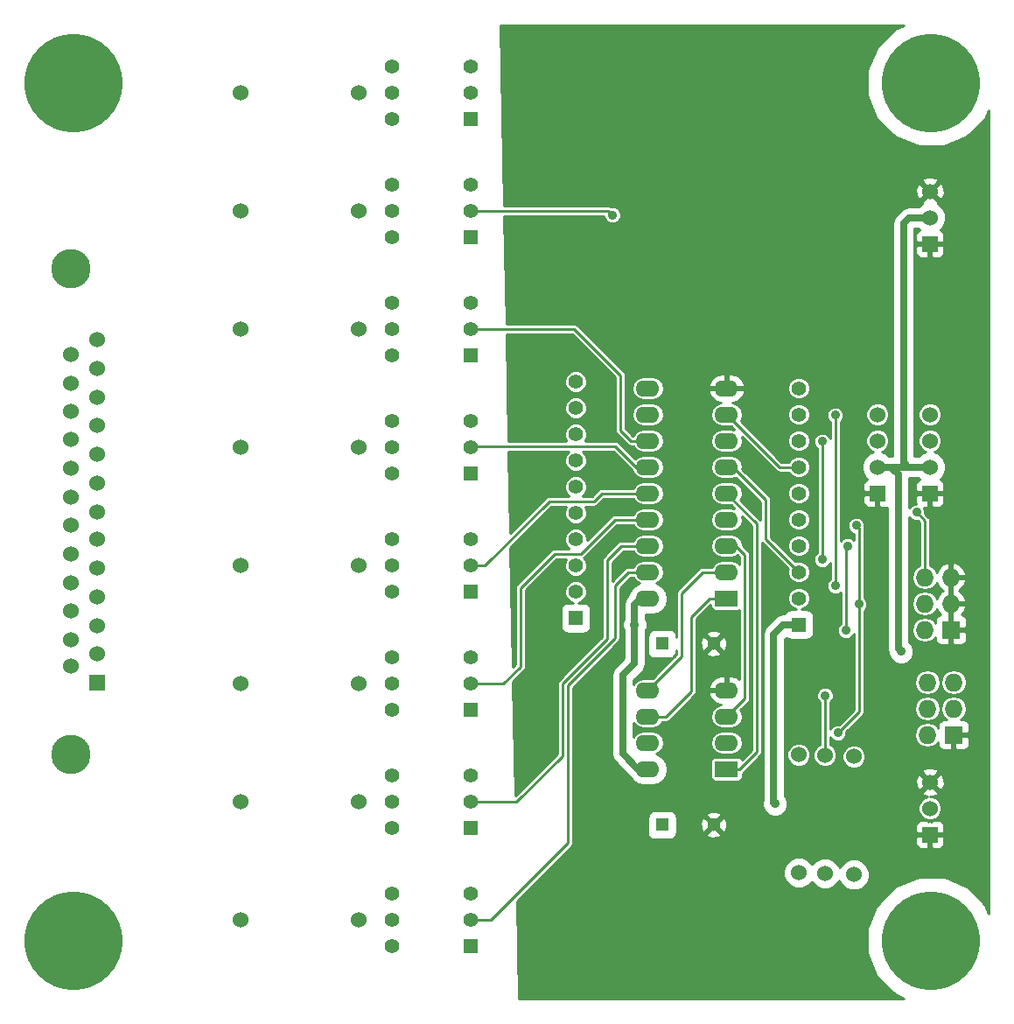
<source format=gbl>
G04 #@! TF.FileFunction,Copper,L2,Bot,Signal*
%FSLAX46Y46*%
G04 Gerber Fmt 4.6, Leading zero omitted, Abs format (unit mm)*
G04 Created by KiCad (PCBNEW (after 2015-mar-04 BZR unknown)-product) date 5/17/2015 1:35:56 PM*
%MOMM*%
G01*
G04 APERTURE LIST*
%ADD10C,0.150000*%
%ADD11C,1.524000*%
%ADD12R,1.397000X1.397000*%
%ADD13C,1.397000*%
%ADD14C,9.525000*%
%ADD15R,1.524000X1.524000*%
%ADD16C,3.810000*%
%ADD17R,1.727200X1.727200*%
%ADD18O,1.727200X1.727200*%
%ADD19R,1.300000X1.300000*%
%ADD20C,1.300000*%
%ADD21R,2.286000X1.574800*%
%ADD22O,2.286000X1.574800*%
%ADD23C,0.889000*%
%ADD24C,0.254000*%
%ADD25C,0.635000*%
G04 APERTURE END LIST*
D10*
D11*
X43655000Y-16985000D03*
X32225000Y-16985000D03*
X43655000Y-28415000D03*
X32225000Y-28415000D03*
X43655000Y-39845000D03*
X32225000Y-39845000D03*
X43655000Y-51275000D03*
X32225000Y-51275000D03*
X43655000Y-62705000D03*
X32225000Y-62705000D03*
X43655000Y-74135000D03*
X32225000Y-74135000D03*
X43655000Y-96995000D03*
X32225000Y-96995000D03*
X43655000Y-85565000D03*
X32225000Y-85565000D03*
D12*
X54450000Y-99535000D03*
D13*
X54450000Y-96995000D03*
X54450000Y-94455000D03*
X46830000Y-94455000D03*
X46830000Y-96995000D03*
X46830000Y-99535000D03*
D12*
X54450000Y-19525000D03*
D13*
X54450000Y-16985000D03*
X54450000Y-14445000D03*
X46830000Y-14445000D03*
X46830000Y-16985000D03*
X46830000Y-19525000D03*
D12*
X54450000Y-30955000D03*
D13*
X54450000Y-28415000D03*
X54450000Y-25875000D03*
X46830000Y-25875000D03*
X46830000Y-28415000D03*
X46830000Y-30955000D03*
D12*
X54450000Y-42385000D03*
D13*
X54450000Y-39845000D03*
X54450000Y-37305000D03*
X46830000Y-37305000D03*
X46830000Y-39845000D03*
X46830000Y-42385000D03*
D12*
X54450000Y-53815000D03*
D13*
X54450000Y-51275000D03*
X54450000Y-48735000D03*
X46830000Y-48735000D03*
X46830000Y-51275000D03*
X46830000Y-53815000D03*
D12*
X54450000Y-65245000D03*
D13*
X54450000Y-62705000D03*
X54450000Y-60165000D03*
X46830000Y-60165000D03*
X46830000Y-62705000D03*
X46830000Y-65245000D03*
D12*
X54450000Y-76675000D03*
D13*
X54450000Y-74135000D03*
X54450000Y-71595000D03*
X46830000Y-71595000D03*
X46830000Y-74135000D03*
X46830000Y-76675000D03*
D12*
X54450000Y-88105000D03*
D13*
X54450000Y-85565000D03*
X54450000Y-83025000D03*
X46830000Y-83025000D03*
X46830000Y-85565000D03*
X46830000Y-88105000D03*
D14*
X16000000Y-16000000D03*
X99000000Y-16000000D03*
X16000000Y-99000000D03*
X99000000Y-99000000D03*
D15*
X98900000Y-55720000D03*
D11*
X98900000Y-53180000D03*
X98900000Y-50640000D03*
X98900000Y-48100000D03*
D16*
X15730000Y-34005000D03*
X15730000Y-80995000D03*
D15*
X18270000Y-74010000D03*
D11*
X18270000Y-71216000D03*
X18270000Y-68549000D03*
X18270000Y-65755000D03*
X18270000Y-62961000D03*
X18270000Y-60167000D03*
X18270000Y-57500000D03*
X18270000Y-54706000D03*
X18270000Y-51912000D03*
X18270000Y-49118000D03*
X18270000Y-46451000D03*
X18270000Y-43657000D03*
X18270000Y-40863000D03*
X15730000Y-72435200D03*
X15730000Y-69895200D03*
X15730000Y-67101200D03*
X15730000Y-64358000D03*
X15730000Y-61614800D03*
X15730000Y-58820800D03*
X15730000Y-56077600D03*
X15730000Y-53334400D03*
X15730000Y-50489600D03*
X15730000Y-47797200D03*
X15730000Y-45054000D03*
X15730000Y-42260000D03*
D12*
X64610000Y-67785000D03*
D13*
X64610000Y-65245000D03*
X64610000Y-62705000D03*
X64610000Y-60165000D03*
X64610000Y-57625000D03*
X64610000Y-55085000D03*
X64610000Y-52545000D03*
X64610000Y-50005000D03*
X64610000Y-47465000D03*
X64610000Y-44925000D03*
D12*
X86200000Y-68420000D03*
D13*
X86200000Y-65880000D03*
X86200000Y-63340000D03*
X86200000Y-60800000D03*
X86200000Y-58260000D03*
X86200000Y-55720000D03*
X86200000Y-53180000D03*
X86200000Y-50640000D03*
X86200000Y-48100000D03*
X86200000Y-45560000D03*
D15*
X93820000Y-55720000D03*
D11*
X93820000Y-53180000D03*
X93820000Y-50640000D03*
X93820000Y-48100000D03*
D15*
X98900000Y-31590000D03*
D11*
X98900000Y-29050000D03*
X98900000Y-26510000D03*
D15*
X98900000Y-88740000D03*
D11*
X98900000Y-86200000D03*
X98900000Y-83660000D03*
X88740000Y-81056500D03*
X88740000Y-92486500D03*
X91534000Y-81183500D03*
X91534000Y-92613500D03*
X86200000Y-80993000D03*
X86200000Y-92423000D03*
D17*
X100932000Y-68928000D03*
D18*
X98392000Y-68928000D03*
X100932000Y-66388000D03*
X98392000Y-66388000D03*
X100932000Y-63848000D03*
X98392000Y-63848000D03*
D17*
X101186000Y-79088000D03*
D18*
X98646000Y-79088000D03*
X101186000Y-76548000D03*
X98646000Y-76548000D03*
X101186000Y-74008000D03*
X98646000Y-74008000D03*
D19*
X72964000Y-70264000D03*
D20*
X77964000Y-70264000D03*
D19*
X72964000Y-87790000D03*
D20*
X77964000Y-87790000D03*
D21*
X79215000Y-65880000D03*
D22*
X79215000Y-63340000D03*
X79215000Y-60800000D03*
X79215000Y-58260000D03*
X79215000Y-55720000D03*
X79215000Y-53180000D03*
X79215000Y-50640000D03*
X79215000Y-48100000D03*
X79215000Y-45560000D03*
X71595000Y-45560000D03*
X71595000Y-48100000D03*
X71595000Y-50640000D03*
X71595000Y-53180000D03*
X71595000Y-55720000D03*
X71595000Y-58260000D03*
X71595000Y-60800000D03*
X71595000Y-63340000D03*
X71595000Y-65880000D03*
D21*
X79215000Y-82390000D03*
D22*
X79215000Y-79850000D03*
X79215000Y-77310000D03*
X79215000Y-74770000D03*
X71595000Y-74770000D03*
X71595000Y-77310000D03*
X71595000Y-79850000D03*
X71595000Y-82390000D03*
D23*
X97602000Y-57564000D03*
X92014000Y-66454000D03*
X91760000Y-58834000D03*
X89982000Y-78900000D03*
X90744000Y-68994000D03*
X90932000Y-60800000D03*
X89728000Y-64676000D03*
X89728000Y-48166000D03*
X88458000Y-62136000D03*
X88458000Y-50706000D03*
X96078000Y-71026000D03*
X70325000Y-68420000D03*
X83886000Y-85758000D03*
X68166000Y-28796000D03*
X88740000Y-75278000D03*
D24*
X98392000Y-63848000D02*
X98392000Y-58354000D01*
X98392000Y-58354000D02*
X97602000Y-57564000D01*
X79215000Y-82390000D02*
X80485000Y-82390000D01*
X82136000Y-58641000D02*
X79215000Y-55720000D01*
X82136000Y-80739000D02*
X82136000Y-58641000D01*
X80485000Y-82390000D02*
X82136000Y-80739000D01*
X92014000Y-76868000D02*
X89982000Y-78900000D01*
X92014000Y-59088000D02*
X92014000Y-66454000D01*
X92014000Y-66454000D02*
X92014000Y-76868000D01*
X91760000Y-58834000D02*
X92014000Y-59088000D01*
X90744000Y-60988000D02*
X90744000Y-68994000D01*
X90932000Y-60800000D02*
X90744000Y-60988000D01*
X79215000Y-60800000D02*
X80104000Y-60800000D01*
X80993000Y-75532000D02*
X79215000Y-77310000D01*
X80993000Y-61689000D02*
X80993000Y-75532000D01*
X80104000Y-60800000D02*
X80993000Y-61689000D01*
X89728000Y-64676000D02*
X89728000Y-48166000D01*
X71595000Y-77310000D02*
X73373000Y-77310000D01*
X77564000Y-65880000D02*
X79215000Y-65880000D01*
X75786000Y-67658000D02*
X77564000Y-65880000D01*
X75786000Y-74897000D02*
X75786000Y-67658000D01*
X73373000Y-77310000D02*
X75786000Y-74897000D01*
X88458000Y-62136000D02*
X88458000Y-50706000D01*
X71595000Y-74770000D02*
X74897000Y-71468000D01*
X74897000Y-65372000D02*
X76929000Y-63340000D01*
X74897000Y-71468000D02*
X74897000Y-65372000D01*
X76929000Y-63340000D02*
X79215000Y-63340000D01*
X71595000Y-74770000D02*
X71722000Y-74770000D01*
D25*
X70612000Y-82390000D02*
X71595000Y-82390000D01*
X69154000Y-80932000D02*
X70612000Y-82390000D01*
X70325000Y-68420000D02*
X70325000Y-72141000D01*
X69154000Y-73312000D02*
X69154000Y-80932000D01*
X70325000Y-72141000D02*
X69154000Y-73312000D01*
X71595000Y-65880000D02*
X70960000Y-65880000D01*
X70960000Y-65880000D02*
X70325000Y-66515000D01*
X70325000Y-66515000D02*
X70325000Y-68420000D01*
X93820000Y-53180000D02*
X98900000Y-53180000D01*
X93820000Y-53180000D02*
X95090000Y-53180000D01*
X95090000Y-53180000D02*
X95824000Y-53914000D01*
X95824000Y-70772000D02*
X96078000Y-71026000D01*
X95824000Y-53914000D02*
X95824000Y-70772000D01*
X98900000Y-53180000D02*
X96774000Y-53180000D01*
X96774000Y-53180000D02*
X96332000Y-52738000D01*
X96332000Y-52738000D02*
X96332000Y-29624000D01*
X96332000Y-29624000D02*
X96906000Y-29050000D01*
X96906000Y-29050000D02*
X98900000Y-29050000D01*
D24*
X95979000Y-70927000D02*
X95979000Y-54069000D01*
X96078000Y-71026000D02*
X95979000Y-70927000D01*
X95090000Y-53180000D02*
X95979000Y-54069000D01*
X70960000Y-65880000D02*
X70325000Y-66515000D01*
X70325000Y-66515000D02*
X70325000Y-68420000D01*
D25*
X83787000Y-85659000D02*
X83886000Y-85758000D01*
X83787000Y-69347000D02*
X84714000Y-68420000D01*
X84714000Y-68420000D02*
X86200000Y-68420000D01*
X83787000Y-85659000D02*
X83787000Y-69347000D01*
D24*
X83025000Y-60165000D02*
X83025000Y-56355000D01*
X83025000Y-56355000D02*
X79850000Y-53180000D01*
X79850000Y-53180000D02*
X79215000Y-53180000D01*
X86200000Y-63340000D02*
X83025000Y-60165000D01*
X79215000Y-48100000D02*
X79248000Y-48100000D01*
X79248000Y-48100000D02*
X84328000Y-53180000D01*
X84328000Y-53180000D02*
X86200000Y-53180000D01*
X79850000Y-48100000D02*
X79215000Y-48100000D01*
X67785000Y-28415000D02*
X54450000Y-28415000D01*
X68166000Y-28796000D02*
X67785000Y-28415000D01*
X69944000Y-50640000D02*
X68928000Y-49624000D01*
X68928000Y-49624000D02*
X68928000Y-44290000D01*
X71595000Y-50640000D02*
X69944000Y-50640000D01*
X64483000Y-39845000D02*
X68928000Y-44290000D01*
X54450000Y-39845000D02*
X64483000Y-39845000D01*
X70452000Y-53180000D02*
X68420000Y-51148000D01*
X68420000Y-51148000D02*
X54577000Y-51148000D01*
X54577000Y-51148000D02*
X54450000Y-51275000D01*
X71595000Y-53180000D02*
X70452000Y-53180000D01*
X67150000Y-55720000D02*
X66388000Y-56482000D01*
X71595000Y-55720000D02*
X67150000Y-55720000D01*
X62070000Y-56482000D02*
X66388000Y-56482000D01*
X55847000Y-62705000D02*
X62070000Y-56482000D01*
X54450000Y-62705000D02*
X55847000Y-62705000D01*
X68420000Y-58260000D02*
X65118000Y-61562000D01*
X65118000Y-61562000D02*
X62578000Y-61562000D01*
X62578000Y-61562000D02*
X59276000Y-64864000D01*
X59276000Y-64864000D02*
X59276000Y-72484000D01*
X59276000Y-72484000D02*
X57625000Y-74135000D01*
X57625000Y-74135000D02*
X54450000Y-74135000D01*
X71595000Y-58260000D02*
X68420000Y-58260000D01*
X58895000Y-85565000D02*
X63340000Y-81120000D01*
X63340000Y-81120000D02*
X63340000Y-74135000D01*
X63340000Y-74135000D02*
X67658000Y-69817000D01*
X54450000Y-85565000D02*
X58895000Y-85565000D01*
X67658000Y-62197000D02*
X69055000Y-60800000D01*
X69055000Y-60800000D02*
X71595000Y-60800000D01*
X67658000Y-69817000D02*
X67658000Y-62197000D01*
X71595000Y-63340000D02*
X69728000Y-63340000D01*
X56393000Y-96995000D02*
X54450000Y-96995000D01*
X63820000Y-89568000D02*
X56393000Y-96995000D01*
X63820000Y-74301582D02*
X63820000Y-89568000D01*
X68392000Y-69729582D02*
X63820000Y-74301582D01*
X68392000Y-64676000D02*
X68392000Y-69729582D01*
X69728000Y-63340000D02*
X68392000Y-64676000D01*
X54450000Y-96995000D02*
X55085000Y-96995000D01*
X88740000Y-81056500D02*
X88740000Y-75278000D01*
X88740000Y-81056500D02*
X88740000Y-80739000D01*
G36*
X104569000Y-96348473D02*
X104224815Y-95515482D01*
X102684600Y-93972576D01*
X102684600Y-80077910D01*
X102684600Y-79825291D01*
X102684600Y-79373750D01*
X102684600Y-78802250D01*
X102684600Y-78350709D01*
X102684600Y-78098090D01*
X102587927Y-77864701D01*
X102409298Y-77686073D01*
X102175909Y-77589400D01*
X101848992Y-77589400D01*
X102090448Y-77428065D01*
X102360243Y-77024288D01*
X102454983Y-76548000D01*
X102454983Y-74008000D01*
X102430600Y-73885418D01*
X102430600Y-69917910D01*
X102430600Y-69665291D01*
X102430600Y-69213750D01*
X102430600Y-68642250D01*
X102430600Y-68190709D01*
X102430600Y-67938090D01*
X102333927Y-67704701D01*
X102155298Y-67526073D01*
X101957880Y-67444299D01*
X102214688Y-67162947D01*
X102386958Y-66747026D01*
X102386958Y-66028974D01*
X102214688Y-65613053D01*
X101820490Y-65181179D01*
X101685687Y-65118000D01*
X101820490Y-65054821D01*
X102214688Y-64622947D01*
X102386958Y-64207026D01*
X102386958Y-63488974D01*
X102214688Y-63073053D01*
X101820490Y-62641179D01*
X101291027Y-62393032D01*
X101059000Y-62513531D01*
X101059000Y-63721000D01*
X102265817Y-63721000D01*
X102386958Y-63488974D01*
X102386958Y-64207026D01*
X102265817Y-63975000D01*
X101059000Y-63975000D01*
X101059000Y-65053531D01*
X101059000Y-65182469D01*
X101059000Y-66261000D01*
X102265817Y-66261000D01*
X102386958Y-66028974D01*
X102386958Y-66747026D01*
X102265817Y-66515000D01*
X101059000Y-66515000D01*
X101059000Y-67588150D01*
X101059000Y-67722469D01*
X101059000Y-68801000D01*
X102271850Y-68801000D01*
X102430600Y-68642250D01*
X102430600Y-69213750D01*
X102271850Y-69055000D01*
X101059000Y-69055000D01*
X101059000Y-70267850D01*
X101217750Y-70426600D01*
X101921909Y-70426600D01*
X102155298Y-70329927D01*
X102333927Y-70151299D01*
X102430600Y-69917910D01*
X102430600Y-73885418D01*
X102360243Y-73531712D01*
X102090448Y-73127935D01*
X101686671Y-72858140D01*
X101210383Y-72763400D01*
X101161617Y-72763400D01*
X100805000Y-72834335D01*
X100805000Y-70267850D01*
X100805000Y-69055000D01*
X100785000Y-69055000D01*
X100785000Y-68801000D01*
X100805000Y-68801000D01*
X100805000Y-67722469D01*
X100805000Y-67588150D01*
X100805000Y-66515000D01*
X100785000Y-66515000D01*
X100785000Y-66261000D01*
X100805000Y-66261000D01*
X100805000Y-65182469D01*
X100805000Y-65053531D01*
X100805000Y-63975000D01*
X100785000Y-63975000D01*
X100785000Y-63721000D01*
X100805000Y-63721000D01*
X100805000Y-62513531D01*
X100572973Y-62393032D01*
X100297000Y-62522374D01*
X100297000Y-56608310D01*
X100297000Y-56355691D01*
X100297000Y-56005750D01*
X100138250Y-55847000D01*
X99027000Y-55847000D01*
X99027000Y-56958250D01*
X99185750Y-57117000D01*
X99788309Y-57117000D01*
X100021698Y-57020327D01*
X100200327Y-56841699D01*
X100297000Y-56608310D01*
X100297000Y-62522374D01*
X100043510Y-62641179D01*
X99649312Y-63073053D01*
X99541159Y-63334171D01*
X99296448Y-62967935D01*
X98900000Y-62703037D01*
X98900000Y-58354000D01*
X98861331Y-58159597D01*
X98751210Y-57994790D01*
X98427407Y-57670987D01*
X98427643Y-57400518D01*
X98310495Y-57117000D01*
X98614250Y-57117000D01*
X98773000Y-56958250D01*
X98773000Y-55847000D01*
X97661750Y-55847000D01*
X97503000Y-56005750D01*
X97503000Y-56355691D01*
X97503000Y-56608310D01*
X97556910Y-56738460D01*
X97438518Y-56738357D01*
X97135002Y-56863767D01*
X96903500Y-57094865D01*
X96903500Y-54259500D01*
X97824234Y-54259500D01*
X97923917Y-54359357D01*
X97778302Y-54419673D01*
X97599673Y-54598301D01*
X97503000Y-54831690D01*
X97503000Y-55084309D01*
X97503000Y-55434250D01*
X97661750Y-55593000D01*
X98773000Y-55593000D01*
X98773000Y-55573000D01*
X99027000Y-55573000D01*
X99027000Y-55593000D01*
X100138250Y-55593000D01*
X100297000Y-55434250D01*
X100297000Y-55084309D01*
X100297000Y-54831690D01*
X100200327Y-54598301D01*
X100021698Y-54419673D01*
X99875831Y-54359253D01*
X100191231Y-54044404D01*
X100423735Y-53484472D01*
X100424264Y-52878188D01*
X100297000Y-52570184D01*
X100297000Y-32478309D01*
X100297000Y-31875750D01*
X100138250Y-31717000D01*
X99027000Y-31717000D01*
X99027000Y-32828250D01*
X99185750Y-32987000D01*
X99535691Y-32987000D01*
X99788310Y-32987000D01*
X100021699Y-32890327D01*
X100200327Y-32711698D01*
X100297000Y-32478309D01*
X100297000Y-52570184D01*
X100192738Y-52317851D01*
X99764404Y-51888769D01*
X99318734Y-51703710D01*
X99546612Y-51609554D01*
X99868423Y-51288303D01*
X100042801Y-50868354D01*
X100043198Y-50413641D01*
X100043198Y-47873641D01*
X99869554Y-47453388D01*
X99548303Y-47131577D01*
X99128354Y-46957199D01*
X98773000Y-46956888D01*
X98773000Y-32828250D01*
X98773000Y-31717000D01*
X97661750Y-31717000D01*
X97503000Y-31875750D01*
X97503000Y-32478309D01*
X97599673Y-32711698D01*
X97778301Y-32890327D01*
X98011690Y-32987000D01*
X98264309Y-32987000D01*
X98614250Y-32987000D01*
X98773000Y-32828250D01*
X98773000Y-46956888D01*
X98673641Y-46956802D01*
X98253388Y-47130446D01*
X97931577Y-47451697D01*
X97757199Y-47871646D01*
X97756802Y-48326359D01*
X97930446Y-48746612D01*
X98251697Y-49068423D01*
X98671646Y-49242801D01*
X99126359Y-49243198D01*
X99546612Y-49069554D01*
X99868423Y-48748303D01*
X100042801Y-48328354D01*
X100043198Y-47873641D01*
X100043198Y-50413641D01*
X99869554Y-49993388D01*
X99548303Y-49671577D01*
X99128354Y-49497199D01*
X98673641Y-49496802D01*
X98253388Y-49670446D01*
X97931577Y-49991697D01*
X97757199Y-50411646D01*
X97756802Y-50866359D01*
X97930446Y-51286612D01*
X98251697Y-51608423D01*
X98481626Y-51703898D01*
X98037851Y-51887262D01*
X97824240Y-52100500D01*
X97411500Y-52100500D01*
X97411500Y-30129500D01*
X97824234Y-30129500D01*
X97923916Y-30229356D01*
X97778301Y-30289673D01*
X97599673Y-30468302D01*
X97503000Y-30701691D01*
X97503000Y-31304250D01*
X97661750Y-31463000D01*
X98773000Y-31463000D01*
X98773000Y-31443000D01*
X99027000Y-31443000D01*
X99027000Y-31463000D01*
X100138250Y-31463000D01*
X100297000Y-31304250D01*
X100297000Y-30701691D01*
X100200327Y-30468302D01*
X100021699Y-30289673D01*
X99875832Y-30229252D01*
X100191231Y-29914404D01*
X100423735Y-29354472D01*
X100424264Y-28748188D01*
X100309144Y-28469575D01*
X100309144Y-26717698D01*
X100281362Y-26162632D01*
X100122397Y-25778857D01*
X99880213Y-25709392D01*
X99700608Y-25888997D01*
X99700608Y-25529787D01*
X99631143Y-25287603D01*
X99107698Y-25100856D01*
X98552632Y-25128638D01*
X98168857Y-25287603D01*
X98099392Y-25529787D01*
X98900000Y-26330395D01*
X99700608Y-25529787D01*
X99700608Y-25888997D01*
X99079605Y-26510000D01*
X99880213Y-27310608D01*
X100122397Y-27241143D01*
X100309144Y-26717698D01*
X100309144Y-28469575D01*
X100192738Y-28187851D01*
X99764404Y-27758769D01*
X99638566Y-27706516D01*
X99700608Y-27490213D01*
X98900000Y-26689605D01*
X98720395Y-26869210D01*
X98720395Y-26510000D01*
X97919787Y-25709392D01*
X97677603Y-25778857D01*
X97490856Y-26302302D01*
X97518638Y-26857368D01*
X97677603Y-27241143D01*
X97919787Y-27310608D01*
X98720395Y-26510000D01*
X98720395Y-26869210D01*
X98099392Y-27490213D01*
X98161352Y-27706232D01*
X98037851Y-27757262D01*
X97824240Y-27970500D01*
X96906005Y-27970500D01*
X96906000Y-27970499D01*
X96561432Y-28039038D01*
X96492893Y-28052672D01*
X96142678Y-28286678D01*
X96142675Y-28286681D01*
X95568678Y-28860678D01*
X95334672Y-29210893D01*
X95252500Y-29624000D01*
X95252500Y-52100500D01*
X95090000Y-52100500D01*
X94895765Y-52100500D01*
X94684404Y-51888769D01*
X94238734Y-51703710D01*
X94466612Y-51609554D01*
X94788423Y-51288303D01*
X94962801Y-50868354D01*
X94963198Y-50413641D01*
X94963198Y-47873641D01*
X94789554Y-47453388D01*
X94468303Y-47131577D01*
X94048354Y-46957199D01*
X93593641Y-46956802D01*
X93173388Y-47130446D01*
X92851577Y-47451697D01*
X92677199Y-47871646D01*
X92676802Y-48326359D01*
X92850446Y-48746612D01*
X93171697Y-49068423D01*
X93591646Y-49242801D01*
X94046359Y-49243198D01*
X94466612Y-49069554D01*
X94788423Y-48748303D01*
X94962801Y-48328354D01*
X94963198Y-47873641D01*
X94963198Y-50413641D01*
X94789554Y-49993388D01*
X94468303Y-49671577D01*
X94048354Y-49497199D01*
X93593641Y-49496802D01*
X93173388Y-49670446D01*
X92851577Y-49991697D01*
X92677199Y-50411646D01*
X92676802Y-50866359D01*
X92850446Y-51286612D01*
X93171697Y-51608423D01*
X93401626Y-51703898D01*
X92957851Y-51887262D01*
X92528769Y-52315596D01*
X92296265Y-52875528D01*
X92295736Y-53481812D01*
X92527262Y-54042149D01*
X92843917Y-54359357D01*
X92698302Y-54419673D01*
X92519673Y-54598301D01*
X92423000Y-54831690D01*
X92423000Y-55084309D01*
X92423000Y-55434250D01*
X92581750Y-55593000D01*
X93693000Y-55593000D01*
X93693000Y-55573000D01*
X93947000Y-55573000D01*
X93947000Y-55593000D01*
X93967000Y-55593000D01*
X93967000Y-55847000D01*
X93947000Y-55847000D01*
X93947000Y-56958250D01*
X94105750Y-57117000D01*
X94708309Y-57117000D01*
X94744500Y-57102009D01*
X94744500Y-70772000D01*
X94826672Y-71185107D01*
X94871302Y-71251901D01*
X94871291Y-71264935D01*
X95054582Y-71708535D01*
X95393680Y-72048225D01*
X95836959Y-72232290D01*
X96316935Y-72232709D01*
X96760535Y-72049418D01*
X97100225Y-71710320D01*
X97284290Y-71267041D01*
X97284709Y-70787065D01*
X97101418Y-70343465D01*
X96903500Y-70145201D01*
X96903500Y-58032734D01*
X97133781Y-58263417D01*
X97437077Y-58389357D01*
X97709173Y-58389593D01*
X97884000Y-58564420D01*
X97884000Y-62703037D01*
X97487552Y-62967935D01*
X97217757Y-63371712D01*
X97123017Y-63848000D01*
X97217757Y-64324288D01*
X97487552Y-64728065D01*
X97891329Y-64997860D01*
X98367617Y-65092600D01*
X98416383Y-65092600D01*
X98892671Y-64997860D01*
X99296448Y-64728065D01*
X99541159Y-64361828D01*
X99649312Y-64622947D01*
X100043510Y-65054821D01*
X100178312Y-65118000D01*
X100043510Y-65181179D01*
X99649312Y-65613053D01*
X99541159Y-65874171D01*
X99296448Y-65507935D01*
X98892671Y-65238140D01*
X98416383Y-65143400D01*
X98367617Y-65143400D01*
X97891329Y-65238140D01*
X97487552Y-65507935D01*
X97217757Y-65911712D01*
X97123017Y-66388000D01*
X97217757Y-66864288D01*
X97487552Y-67268065D01*
X97891329Y-67537860D01*
X98367617Y-67632600D01*
X98416383Y-67632600D01*
X98892671Y-67537860D01*
X99296448Y-67268065D01*
X99541159Y-66901828D01*
X99649312Y-67162947D01*
X99906119Y-67444299D01*
X99708702Y-67526073D01*
X99530073Y-67704701D01*
X99433400Y-67938090D01*
X99433400Y-68190709D01*
X99433400Y-68252898D01*
X99296448Y-68047935D01*
X98892671Y-67778140D01*
X98416383Y-67683400D01*
X98367617Y-67683400D01*
X97891329Y-67778140D01*
X97487552Y-68047935D01*
X97217757Y-68451712D01*
X97123017Y-68928000D01*
X97217757Y-69404288D01*
X97487552Y-69808065D01*
X97891329Y-70077860D01*
X98367617Y-70172600D01*
X98416383Y-70172600D01*
X98892671Y-70077860D01*
X99296448Y-69808065D01*
X99433400Y-69603101D01*
X99433400Y-69665291D01*
X99433400Y-69917910D01*
X99530073Y-70151299D01*
X99708702Y-70329927D01*
X99942091Y-70426600D01*
X100646250Y-70426600D01*
X100805000Y-70267850D01*
X100805000Y-72834335D01*
X100685329Y-72858140D01*
X100281552Y-73127935D01*
X100011757Y-73531712D01*
X99917017Y-74008000D01*
X100011757Y-74484288D01*
X100281552Y-74888065D01*
X100685329Y-75157860D01*
X101161617Y-75252600D01*
X101210383Y-75252600D01*
X101686671Y-75157860D01*
X102090448Y-74888065D01*
X102360243Y-74484288D01*
X102454983Y-74008000D01*
X102454983Y-76548000D01*
X102360243Y-76071712D01*
X102090448Y-75667935D01*
X101686671Y-75398140D01*
X101210383Y-75303400D01*
X101161617Y-75303400D01*
X100685329Y-75398140D01*
X100281552Y-75667935D01*
X100011757Y-76071712D01*
X99917017Y-76548000D01*
X100011757Y-77024288D01*
X100281552Y-77428065D01*
X100523007Y-77589400D01*
X100196091Y-77589400D01*
X99962702Y-77686073D01*
X99914983Y-77733791D01*
X99914983Y-76548000D01*
X99914983Y-74008000D01*
X99820243Y-73531712D01*
X99550448Y-73127935D01*
X99146671Y-72858140D01*
X98670383Y-72763400D01*
X98621617Y-72763400D01*
X98145329Y-72858140D01*
X97741552Y-73127935D01*
X97471757Y-73531712D01*
X97377017Y-74008000D01*
X97471757Y-74484288D01*
X97741552Y-74888065D01*
X98145329Y-75157860D01*
X98621617Y-75252600D01*
X98670383Y-75252600D01*
X99146671Y-75157860D01*
X99550448Y-74888065D01*
X99820243Y-74484288D01*
X99914983Y-74008000D01*
X99914983Y-76548000D01*
X99820243Y-76071712D01*
X99550448Y-75667935D01*
X99146671Y-75398140D01*
X98670383Y-75303400D01*
X98621617Y-75303400D01*
X98145329Y-75398140D01*
X97741552Y-75667935D01*
X97471757Y-76071712D01*
X97377017Y-76548000D01*
X97471757Y-77024288D01*
X97741552Y-77428065D01*
X98145329Y-77697860D01*
X98621617Y-77792600D01*
X98670383Y-77792600D01*
X99146671Y-77697860D01*
X99550448Y-77428065D01*
X99820243Y-77024288D01*
X99914983Y-76548000D01*
X99914983Y-77733791D01*
X99784073Y-77864701D01*
X99687400Y-78098090D01*
X99687400Y-78350709D01*
X99687400Y-78412898D01*
X99550448Y-78207935D01*
X99146671Y-77938140D01*
X98670383Y-77843400D01*
X98621617Y-77843400D01*
X98145329Y-77938140D01*
X97741552Y-78207935D01*
X97471757Y-78611712D01*
X97377017Y-79088000D01*
X97471757Y-79564288D01*
X97741552Y-79968065D01*
X98145329Y-80237860D01*
X98621617Y-80332600D01*
X98670383Y-80332600D01*
X99146671Y-80237860D01*
X99550448Y-79968065D01*
X99687400Y-79763101D01*
X99687400Y-79825291D01*
X99687400Y-80077910D01*
X99784073Y-80311299D01*
X99962702Y-80489927D01*
X100196091Y-80586600D01*
X100900250Y-80586600D01*
X101059000Y-80427850D01*
X101059000Y-79215000D01*
X101039000Y-79215000D01*
X101039000Y-78961000D01*
X101059000Y-78961000D01*
X101059000Y-78941000D01*
X101313000Y-78941000D01*
X101313000Y-78961000D01*
X102525850Y-78961000D01*
X102684600Y-78802250D01*
X102684600Y-79373750D01*
X102525850Y-79215000D01*
X101313000Y-79215000D01*
X101313000Y-80427850D01*
X101471750Y-80586600D01*
X102175909Y-80586600D01*
X102409298Y-80489927D01*
X102587927Y-80311299D01*
X102684600Y-80077910D01*
X102684600Y-93972576D01*
X102493632Y-93781275D01*
X100309144Y-92874195D01*
X100309144Y-83867698D01*
X100281362Y-83312632D01*
X100122397Y-82928857D01*
X99880213Y-82859392D01*
X99700608Y-83038997D01*
X99700608Y-82679787D01*
X99631143Y-82437603D01*
X99107698Y-82250856D01*
X98552632Y-82278638D01*
X98168857Y-82437603D01*
X98099392Y-82679787D01*
X98900000Y-83480395D01*
X99700608Y-82679787D01*
X99700608Y-83038997D01*
X99079605Y-83660000D01*
X99880213Y-84460608D01*
X100122397Y-84391143D01*
X100309144Y-83867698D01*
X100309144Y-92874195D01*
X100297000Y-92869153D01*
X100297000Y-89628309D01*
X100297000Y-89025750D01*
X100297000Y-88454250D01*
X100297000Y-87851691D01*
X100200327Y-87618302D01*
X100043198Y-87461172D01*
X100021699Y-87439673D01*
X99788310Y-87343000D01*
X99535691Y-87343000D01*
X99185750Y-87343000D01*
X99027002Y-87501748D01*
X99027002Y-87343111D01*
X99126359Y-87343198D01*
X99546612Y-87169554D01*
X99868423Y-86848303D01*
X100042801Y-86428354D01*
X100043198Y-85973641D01*
X99869554Y-85553388D01*
X99548303Y-85231577D01*
X99128354Y-85057199D01*
X98934339Y-85057029D01*
X99247368Y-85041362D01*
X99631143Y-84882397D01*
X99700608Y-84640213D01*
X98900000Y-83839605D01*
X98720395Y-84019210D01*
X98720395Y-83660000D01*
X97919787Y-82859392D01*
X97677603Y-82928857D01*
X97490856Y-83452302D01*
X97518638Y-84007368D01*
X97677603Y-84391143D01*
X97919787Y-84460608D01*
X98720395Y-83660000D01*
X98720395Y-84019210D01*
X98099392Y-84640213D01*
X98168857Y-84882397D01*
X98666258Y-85059852D01*
X98253388Y-85230446D01*
X97931577Y-85551697D01*
X97757199Y-85971646D01*
X97756802Y-86426359D01*
X97930446Y-86846612D01*
X98251697Y-87168423D01*
X98671646Y-87342801D01*
X98899575Y-87343000D01*
X98772998Y-87343000D01*
X98772998Y-87501748D01*
X98614250Y-87343000D01*
X98264309Y-87343000D01*
X98011690Y-87343000D01*
X97778301Y-87439673D01*
X97599673Y-87618302D01*
X97503000Y-87851691D01*
X97503000Y-88454250D01*
X97661750Y-88613000D01*
X98773000Y-88613000D01*
X98773000Y-88593000D01*
X99027000Y-88593000D01*
X99027000Y-88613000D01*
X100138250Y-88613000D01*
X100297000Y-88454250D01*
X100297000Y-89025750D01*
X100138250Y-88867000D01*
X99027000Y-88867000D01*
X99027000Y-89978250D01*
X99185750Y-90137000D01*
X99535691Y-90137000D01*
X99788310Y-90137000D01*
X100021699Y-90040327D01*
X100200327Y-89861698D01*
X100297000Y-89628309D01*
X100297000Y-92869153D01*
X100230575Y-92841571D01*
X98773000Y-92840299D01*
X98773000Y-89978250D01*
X98773000Y-88867000D01*
X97661750Y-88867000D01*
X97503000Y-89025750D01*
X97503000Y-89628309D01*
X97599673Y-89861698D01*
X97778301Y-90040327D01*
X98011690Y-90137000D01*
X98264309Y-90137000D01*
X98614250Y-90137000D01*
X98773000Y-89978250D01*
X98773000Y-92840299D01*
X97780175Y-92839433D01*
X95515482Y-93775185D01*
X93781275Y-95506368D01*
X93693000Y-95718957D01*
X93693000Y-56958250D01*
X93693000Y-55847000D01*
X92581750Y-55847000D01*
X92423000Y-56005750D01*
X92423000Y-56355691D01*
X92423000Y-56608310D01*
X92519673Y-56841699D01*
X92698302Y-57020327D01*
X92931691Y-57117000D01*
X93534250Y-57117000D01*
X93693000Y-56958250D01*
X93693000Y-95718957D01*
X93058264Y-97247570D01*
X93058264Y-92311688D01*
X92839643Y-91782583D01*
X92839643Y-66290518D01*
X92714233Y-65987002D01*
X92522000Y-65794433D01*
X92522000Y-59151502D01*
X92585357Y-58998923D01*
X92585643Y-58670518D01*
X92460233Y-58367002D01*
X92228219Y-58134583D01*
X91924923Y-58008643D01*
X91596518Y-58008357D01*
X91293002Y-58133767D01*
X91060583Y-58365781D01*
X90934643Y-58669077D01*
X90934357Y-58997482D01*
X91059767Y-59300998D01*
X91291781Y-59533417D01*
X91506000Y-59622368D01*
X91506000Y-60206548D01*
X91400219Y-60100583D01*
X91096923Y-59974643D01*
X90768518Y-59974357D01*
X90465002Y-60099767D01*
X90236000Y-60328369D01*
X90236000Y-48825302D01*
X90427417Y-48634219D01*
X90553357Y-48330923D01*
X90553643Y-48002518D01*
X90428233Y-47699002D01*
X90196219Y-47466583D01*
X89892923Y-47340643D01*
X89564518Y-47340357D01*
X89261002Y-47465767D01*
X89028583Y-47697781D01*
X88902643Y-48001077D01*
X88902357Y-48329482D01*
X89027767Y-48632998D01*
X89220000Y-48825566D01*
X89220000Y-50388489D01*
X89158233Y-50239002D01*
X88926219Y-50006583D01*
X88622923Y-49880643D01*
X88294518Y-49880357D01*
X87991002Y-50005767D01*
X87758583Y-50237781D01*
X87632643Y-50541077D01*
X87632357Y-50869482D01*
X87757767Y-51172998D01*
X87950000Y-51365566D01*
X87950000Y-61476697D01*
X87758583Y-61667781D01*
X87632643Y-61971077D01*
X87632357Y-62299482D01*
X87757767Y-62602998D01*
X87989781Y-62835417D01*
X88293077Y-62961357D01*
X88621482Y-62961643D01*
X88924998Y-62836233D01*
X89157417Y-62604219D01*
X89220000Y-62453502D01*
X89220000Y-64016697D01*
X89028583Y-64207781D01*
X88902643Y-64511077D01*
X88902357Y-64839482D01*
X89027767Y-65142998D01*
X89259781Y-65375417D01*
X89563077Y-65501357D01*
X89891482Y-65501643D01*
X90194998Y-65376233D01*
X90236000Y-65335302D01*
X90236000Y-68334697D01*
X90044583Y-68525781D01*
X89918643Y-68829077D01*
X89918357Y-69157482D01*
X90043767Y-69460998D01*
X90275781Y-69693417D01*
X90579077Y-69819357D01*
X90907482Y-69819643D01*
X91210998Y-69694233D01*
X91443417Y-69462219D01*
X91506000Y-69311502D01*
X91506000Y-76657580D01*
X90088987Y-78074592D01*
X89818518Y-78074357D01*
X89515002Y-78199767D01*
X89282583Y-78431781D01*
X89248000Y-78515065D01*
X89248000Y-75937302D01*
X89439417Y-75746219D01*
X89565357Y-75442923D01*
X89565643Y-75114518D01*
X89440233Y-74811002D01*
X89208219Y-74578583D01*
X88904923Y-74452643D01*
X88576518Y-74452357D01*
X88273002Y-74577767D01*
X88040583Y-74809781D01*
X87914643Y-75113077D01*
X87914357Y-75441482D01*
X88039767Y-75744998D01*
X88232000Y-75937566D01*
X88232000Y-80029673D01*
X88093388Y-80086946D01*
X87771577Y-80408197D01*
X87675428Y-80639749D01*
X87675428Y-69118500D01*
X87675428Y-67721500D01*
X87619055Y-67430952D01*
X87451308Y-67175587D01*
X87198068Y-67004648D01*
X86898500Y-66944572D01*
X86450365Y-66944572D01*
X86810689Y-66795689D01*
X87114622Y-66492286D01*
X87279313Y-66095668D01*
X87279687Y-65666216D01*
X87279687Y-63126216D01*
X87279687Y-60586216D01*
X87279687Y-58046216D01*
X87279687Y-55506216D01*
X87279687Y-52966216D01*
X87279687Y-50426216D01*
X87279687Y-47886216D01*
X87279687Y-45346216D01*
X87115689Y-44949311D01*
X86812286Y-44645378D01*
X86415668Y-44480687D01*
X85986216Y-44480313D01*
X85589311Y-44644311D01*
X85285378Y-44947714D01*
X85120687Y-45344332D01*
X85120313Y-45773784D01*
X85284311Y-46170689D01*
X85587714Y-46474622D01*
X85984332Y-46639313D01*
X86413784Y-46639687D01*
X86810689Y-46475689D01*
X87114622Y-46172286D01*
X87279313Y-45775668D01*
X87279687Y-45346216D01*
X87279687Y-47886216D01*
X87115689Y-47489311D01*
X86812286Y-47185378D01*
X86415668Y-47020687D01*
X85986216Y-47020313D01*
X85589311Y-47184311D01*
X85285378Y-47487714D01*
X85120687Y-47884332D01*
X85120313Y-48313784D01*
X85284311Y-48710689D01*
X85587714Y-49014622D01*
X85984332Y-49179313D01*
X86413784Y-49179687D01*
X86810689Y-49015689D01*
X87114622Y-48712286D01*
X87279313Y-48315668D01*
X87279687Y-47886216D01*
X87279687Y-50426216D01*
X87115689Y-50029311D01*
X86812286Y-49725378D01*
X86415668Y-49560687D01*
X85986216Y-49560313D01*
X85589311Y-49724311D01*
X85285378Y-50027714D01*
X85120687Y-50424332D01*
X85120313Y-50853784D01*
X85284311Y-51250689D01*
X85587714Y-51554622D01*
X85984332Y-51719313D01*
X86413784Y-51719687D01*
X86810689Y-51555689D01*
X87114622Y-51252286D01*
X87279313Y-50855668D01*
X87279687Y-50426216D01*
X87279687Y-52966216D01*
X87115689Y-52569311D01*
X86812286Y-52265378D01*
X86415668Y-52100687D01*
X85986216Y-52100313D01*
X85589311Y-52264311D01*
X85285378Y-52567714D01*
X85242074Y-52672000D01*
X84538420Y-52672000D01*
X80573224Y-48706804D01*
X80679918Y-48547127D01*
X80768857Y-48100000D01*
X80679918Y-47652873D01*
X80426641Y-47273816D01*
X80047584Y-47020539D01*
X79761535Y-46963640D01*
X80232262Y-46825525D01*
X80666191Y-46475986D01*
X80933327Y-45986996D01*
X80950010Y-45907060D01*
X80950010Y-45212940D01*
X80933327Y-45133004D01*
X80666191Y-44644014D01*
X80232262Y-44294475D01*
X79697600Y-44137600D01*
X79342000Y-44137600D01*
X79342000Y-45433000D01*
X80827852Y-45433000D01*
X80950010Y-45212940D01*
X80950010Y-45907060D01*
X80827852Y-45687000D01*
X79342000Y-45687000D01*
X79342000Y-45707000D01*
X79088000Y-45707000D01*
X79088000Y-45687000D01*
X79088000Y-45433000D01*
X79088000Y-44137600D01*
X78732400Y-44137600D01*
X78197738Y-44294475D01*
X77763809Y-44644014D01*
X77496673Y-45133004D01*
X77479990Y-45212940D01*
X77602148Y-45433000D01*
X79088000Y-45433000D01*
X79088000Y-45687000D01*
X77602148Y-45687000D01*
X77479990Y-45907060D01*
X77496673Y-45986996D01*
X77763809Y-46475986D01*
X78197738Y-46825525D01*
X78668464Y-46963640D01*
X78382416Y-47020539D01*
X78003359Y-47273816D01*
X77750082Y-47652873D01*
X77661143Y-48100000D01*
X77750082Y-48547127D01*
X78003359Y-48926184D01*
X78382416Y-49179461D01*
X78829543Y-49268400D01*
X79600457Y-49268400D01*
X79681799Y-49252219D01*
X79975850Y-49546270D01*
X79600457Y-49471600D01*
X78829543Y-49471600D01*
X78382416Y-49560539D01*
X78003359Y-49813816D01*
X77750082Y-50192873D01*
X77661143Y-50640000D01*
X77750082Y-51087127D01*
X78003359Y-51466184D01*
X78382416Y-51719461D01*
X78829543Y-51808400D01*
X79600457Y-51808400D01*
X80047584Y-51719461D01*
X80426641Y-51466184D01*
X80679918Y-51087127D01*
X80768857Y-50640000D01*
X80694186Y-50264606D01*
X83968790Y-53539210D01*
X84133597Y-53649331D01*
X84328000Y-53688000D01*
X85241880Y-53688000D01*
X85284311Y-53790689D01*
X85587714Y-54094622D01*
X85984332Y-54259313D01*
X86413784Y-54259687D01*
X86810689Y-54095689D01*
X87114622Y-53792286D01*
X87279313Y-53395668D01*
X87279687Y-52966216D01*
X87279687Y-55506216D01*
X87115689Y-55109311D01*
X86812286Y-54805378D01*
X86415668Y-54640687D01*
X85986216Y-54640313D01*
X85589311Y-54804311D01*
X85285378Y-55107714D01*
X85120687Y-55504332D01*
X85120313Y-55933784D01*
X85284311Y-56330689D01*
X85587714Y-56634622D01*
X85984332Y-56799313D01*
X86413784Y-56799687D01*
X86810689Y-56635689D01*
X87114622Y-56332286D01*
X87279313Y-55935668D01*
X87279687Y-55506216D01*
X87279687Y-58046216D01*
X87115689Y-57649311D01*
X86812286Y-57345378D01*
X86415668Y-57180687D01*
X85986216Y-57180313D01*
X85589311Y-57344311D01*
X85285378Y-57647714D01*
X85120687Y-58044332D01*
X85120313Y-58473784D01*
X85284311Y-58870689D01*
X85587714Y-59174622D01*
X85984332Y-59339313D01*
X86413784Y-59339687D01*
X86810689Y-59175689D01*
X87114622Y-58872286D01*
X87279313Y-58475668D01*
X87279687Y-58046216D01*
X87279687Y-60586216D01*
X87115689Y-60189311D01*
X86812286Y-59885378D01*
X86415668Y-59720687D01*
X85986216Y-59720313D01*
X85589311Y-59884311D01*
X85285378Y-60187714D01*
X85120687Y-60584332D01*
X85120313Y-61013784D01*
X85284311Y-61410689D01*
X85587714Y-61714622D01*
X85984332Y-61879313D01*
X86413784Y-61879687D01*
X86810689Y-61715689D01*
X87114622Y-61412286D01*
X87279313Y-61015668D01*
X87279687Y-60586216D01*
X87279687Y-63126216D01*
X87115689Y-62729311D01*
X86812286Y-62425378D01*
X86415668Y-62260687D01*
X85986216Y-62260313D01*
X85881854Y-62303434D01*
X83533000Y-59954580D01*
X83533000Y-56355000D01*
X83494331Y-56160597D01*
X83384210Y-55995790D01*
X80735602Y-53347182D01*
X80768857Y-53180000D01*
X80679918Y-52732873D01*
X80426641Y-52353816D01*
X80047584Y-52100539D01*
X79600457Y-52011600D01*
X78829543Y-52011600D01*
X78382416Y-52100539D01*
X78003359Y-52353816D01*
X77750082Y-52732873D01*
X77661143Y-53180000D01*
X77750082Y-53627127D01*
X78003359Y-54006184D01*
X78382416Y-54259461D01*
X78829543Y-54348400D01*
X79600457Y-54348400D01*
X80047584Y-54259461D01*
X80145569Y-54193989D01*
X82517000Y-56565420D01*
X82517000Y-58314400D01*
X82495210Y-58281790D01*
X80560007Y-56346587D01*
X80679918Y-56167127D01*
X80768857Y-55720000D01*
X80679918Y-55272873D01*
X80426641Y-54893816D01*
X80047584Y-54640539D01*
X79600457Y-54551600D01*
X78829543Y-54551600D01*
X78382416Y-54640539D01*
X78003359Y-54893816D01*
X77750082Y-55272873D01*
X77661143Y-55720000D01*
X77750082Y-56167127D01*
X78003359Y-56546184D01*
X78382416Y-56799461D01*
X78829543Y-56888400D01*
X79600457Y-56888400D01*
X79654274Y-56877694D01*
X79934656Y-57158076D01*
X79600457Y-57091600D01*
X78829543Y-57091600D01*
X78382416Y-57180539D01*
X78003359Y-57433816D01*
X77750082Y-57812873D01*
X77661143Y-58260000D01*
X77750082Y-58707127D01*
X78003359Y-59086184D01*
X78382416Y-59339461D01*
X78829543Y-59428400D01*
X79600457Y-59428400D01*
X80047584Y-59339461D01*
X80426641Y-59086184D01*
X80679918Y-58707127D01*
X80768857Y-58260000D01*
X80702380Y-57925800D01*
X81628000Y-58851420D01*
X81628000Y-80528579D01*
X80768857Y-81387722D01*
X80768857Y-79850000D01*
X80679918Y-79402873D01*
X80426641Y-79023816D01*
X80047584Y-78770539D01*
X79600457Y-78681600D01*
X78829543Y-78681600D01*
X78382416Y-78770539D01*
X78003359Y-79023816D01*
X77750082Y-79402873D01*
X77661143Y-79850000D01*
X77750082Y-80297127D01*
X78003359Y-80676184D01*
X78382416Y-80929461D01*
X78829543Y-81018400D01*
X79600457Y-81018400D01*
X80047584Y-80929461D01*
X80426641Y-80676184D01*
X80679918Y-80297127D01*
X80768857Y-79850000D01*
X80768857Y-81387722D01*
X80710735Y-81445844D01*
X80634404Y-81329644D01*
X80507784Y-81244174D01*
X80358000Y-81214136D01*
X78072000Y-81214136D01*
X77926726Y-81242322D01*
X77799044Y-81326196D01*
X77713574Y-81452816D01*
X77683536Y-81602600D01*
X77683536Y-83177400D01*
X77711722Y-83322674D01*
X77795596Y-83450356D01*
X77922216Y-83535826D01*
X78072000Y-83565864D01*
X80358000Y-83565864D01*
X80503274Y-83537678D01*
X80630956Y-83453804D01*
X80716426Y-83327184D01*
X80746464Y-83177400D01*
X80746464Y-82814522D01*
X80844210Y-82749210D01*
X82495210Y-81098210D01*
X82495211Y-81098210D01*
X82605331Y-80933403D01*
X82644000Y-80739000D01*
X82644000Y-60491599D01*
X82665790Y-60524210D01*
X85163296Y-63021716D01*
X85120687Y-63124332D01*
X85120313Y-63553784D01*
X85284311Y-63950689D01*
X85587714Y-64254622D01*
X85984332Y-64419313D01*
X86413784Y-64419687D01*
X86810689Y-64255689D01*
X87114622Y-63952286D01*
X87279313Y-63555668D01*
X87279687Y-63126216D01*
X87279687Y-65666216D01*
X87115689Y-65269311D01*
X86812286Y-64965378D01*
X86415668Y-64800687D01*
X85986216Y-64800313D01*
X85589311Y-64964311D01*
X85285378Y-65267714D01*
X85120687Y-65664332D01*
X85120313Y-66093784D01*
X85284311Y-66490689D01*
X85587714Y-66794622D01*
X85948831Y-66944572D01*
X85501500Y-66944572D01*
X85210952Y-67000945D01*
X84955587Y-67168692D01*
X84839615Y-67340500D01*
X84714000Y-67340500D01*
X84300893Y-67422672D01*
X83950678Y-67656678D01*
X83023678Y-68583678D01*
X82789672Y-68933893D01*
X82707500Y-69347000D01*
X82707500Y-85450033D01*
X82679710Y-85516959D01*
X82679291Y-85996935D01*
X82862582Y-86440535D01*
X83201680Y-86780225D01*
X83644959Y-86964290D01*
X84124935Y-86964709D01*
X84568535Y-86781418D01*
X84908225Y-86442320D01*
X85092290Y-85999041D01*
X85092709Y-85519065D01*
X84909418Y-85075465D01*
X84866500Y-85032472D01*
X84866500Y-69794144D01*
X84977073Y-69683570D01*
X85201932Y-69835352D01*
X85501500Y-69895428D01*
X86898500Y-69895428D01*
X87189048Y-69839055D01*
X87444413Y-69671308D01*
X87615352Y-69418068D01*
X87675428Y-69118500D01*
X87675428Y-80639749D01*
X87597199Y-80828146D01*
X87596802Y-81282859D01*
X87770446Y-81703112D01*
X88091697Y-82024923D01*
X88511646Y-82199301D01*
X88966359Y-82199698D01*
X89386612Y-82026054D01*
X89708423Y-81704803D01*
X89882801Y-81284854D01*
X89883198Y-80830141D01*
X89709554Y-80409888D01*
X89388303Y-80088077D01*
X89248000Y-80029818D01*
X89248000Y-79285275D01*
X89281767Y-79366998D01*
X89513781Y-79599417D01*
X89817077Y-79725357D01*
X90145482Y-79725643D01*
X90448998Y-79600233D01*
X90681417Y-79368219D01*
X90807357Y-79064923D01*
X90807593Y-78792826D01*
X92373210Y-77227210D01*
X92483331Y-77062403D01*
X92522000Y-76868000D01*
X92522000Y-67113302D01*
X92713417Y-66922219D01*
X92839357Y-66618923D01*
X92839643Y-66290518D01*
X92839643Y-91782583D01*
X92826738Y-91751351D01*
X92677198Y-91601549D01*
X92677198Y-80957141D01*
X92503554Y-80536888D01*
X92182303Y-80215077D01*
X91762354Y-80040699D01*
X91307641Y-80040302D01*
X90887388Y-80213946D01*
X90565577Y-80535197D01*
X90391199Y-80955146D01*
X90390802Y-81409859D01*
X90564446Y-81830112D01*
X90885697Y-82151923D01*
X91305646Y-82326301D01*
X91760359Y-82326698D01*
X92180612Y-82153054D01*
X92502423Y-81831803D01*
X92676801Y-81411854D01*
X92677198Y-80957141D01*
X92677198Y-91601549D01*
X92398404Y-91322269D01*
X91838472Y-91089765D01*
X91232188Y-91089236D01*
X90671851Y-91320762D01*
X90242769Y-91749096D01*
X90163329Y-91940407D01*
X90032738Y-91624351D01*
X89604404Y-91195269D01*
X89044472Y-90962765D01*
X88438188Y-90962236D01*
X87877851Y-91193762D01*
X87497814Y-91573136D01*
X87492738Y-91560851D01*
X87343198Y-91411049D01*
X87343198Y-80766641D01*
X87169554Y-80346388D01*
X86848303Y-80024577D01*
X86428354Y-79850199D01*
X85973641Y-79849802D01*
X85553388Y-80023446D01*
X85231577Y-80344697D01*
X85057199Y-80764646D01*
X85056802Y-81219359D01*
X85230446Y-81639612D01*
X85551697Y-81961423D01*
X85971646Y-82135801D01*
X86426359Y-82136198D01*
X86846612Y-81962554D01*
X87168423Y-81641303D01*
X87342801Y-81221354D01*
X87343198Y-80766641D01*
X87343198Y-91411049D01*
X87064404Y-91131769D01*
X86504472Y-90899265D01*
X85898188Y-90898736D01*
X85337851Y-91130262D01*
X84908769Y-91558596D01*
X84676265Y-92118528D01*
X84675736Y-92724812D01*
X84907262Y-93285149D01*
X85335596Y-93714231D01*
X85895528Y-93946735D01*
X86501812Y-93947264D01*
X87062149Y-93715738D01*
X87442185Y-93336363D01*
X87447262Y-93348649D01*
X87875596Y-93777731D01*
X88435528Y-94010235D01*
X89041812Y-94010764D01*
X89602149Y-93779238D01*
X90031231Y-93350904D01*
X90110670Y-93159592D01*
X90241262Y-93475649D01*
X90669596Y-93904731D01*
X91229528Y-94137235D01*
X91835812Y-94137764D01*
X92396149Y-93906238D01*
X92825231Y-93477904D01*
X93057735Y-92917972D01*
X93058264Y-92311688D01*
X93058264Y-97247570D01*
X92841571Y-97769425D01*
X92839433Y-100219825D01*
X93775185Y-102484518D01*
X95506368Y-104218725D01*
X96349923Y-104569000D01*
X79261622Y-104569000D01*
X79261622Y-87970922D01*
X79232083Y-87460572D01*
X79093611Y-87126271D01*
X78863016Y-87070590D01*
X78683410Y-87250195D01*
X78683410Y-86890984D01*
X78627729Y-86660389D01*
X78144922Y-86492378D01*
X77634572Y-86521917D01*
X77300271Y-86660389D01*
X77244590Y-86890984D01*
X77964000Y-87610395D01*
X78683410Y-86890984D01*
X78683410Y-87250195D01*
X78143605Y-87790000D01*
X78863016Y-88509410D01*
X79093611Y-88453729D01*
X79261622Y-87970922D01*
X79261622Y-104569000D01*
X78683410Y-104569000D01*
X78683410Y-88689016D01*
X77964000Y-87969605D01*
X77784395Y-88149210D01*
X77784395Y-87790000D01*
X77064984Y-87070590D01*
X76834389Y-87126271D01*
X76666378Y-87609078D01*
X76695917Y-88119428D01*
X76834389Y-88453729D01*
X77064984Y-88509410D01*
X77784395Y-87790000D01*
X77784395Y-88149210D01*
X77244590Y-88689016D01*
X77300271Y-88919611D01*
X77783078Y-89087622D01*
X78293428Y-89058083D01*
X78627729Y-88919611D01*
X78683410Y-88689016D01*
X78683410Y-104569000D01*
X74390928Y-104569000D01*
X74390928Y-88440000D01*
X74390928Y-87140000D01*
X74334555Y-86849452D01*
X74166808Y-86594087D01*
X73913568Y-86423148D01*
X73614000Y-86363072D01*
X72314000Y-86363072D01*
X72023452Y-86419445D01*
X71768087Y-86587192D01*
X71597148Y-86840432D01*
X71537072Y-87140000D01*
X71537072Y-88440000D01*
X71593445Y-88730548D01*
X71761192Y-88985913D01*
X72014432Y-89156852D01*
X72314000Y-89216928D01*
X73614000Y-89216928D01*
X73904548Y-89160555D01*
X74159913Y-88992808D01*
X74330852Y-88739568D01*
X74390928Y-88440000D01*
X74390928Y-104569000D01*
X59111794Y-104569000D01*
X58935887Y-95170532D01*
X64179210Y-89927210D01*
X64289331Y-89762404D01*
X64289331Y-89762403D01*
X64328000Y-89568000D01*
X64328000Y-74512002D01*
X68751210Y-70088793D01*
X68751210Y-70088792D01*
X68861331Y-69923986D01*
X68861331Y-69923985D01*
X68867746Y-69891732D01*
X68899999Y-69729582D01*
X68900000Y-69729582D01*
X68900000Y-64886420D01*
X69938420Y-63848000D01*
X70170755Y-63848000D01*
X70383359Y-64166184D01*
X70760793Y-64418377D01*
X70609149Y-64448541D01*
X70106488Y-64784409D01*
X69770620Y-65287070D01*
X69707137Y-65606218D01*
X69561678Y-65751678D01*
X69327672Y-66101893D01*
X69245500Y-66515000D01*
X69245500Y-67873613D01*
X69118710Y-68178959D01*
X69118291Y-68658935D01*
X69245500Y-68966805D01*
X69245500Y-71693856D01*
X68390678Y-72548678D01*
X68156672Y-72898893D01*
X68074500Y-73312000D01*
X68074500Y-80932000D01*
X68156672Y-81345107D01*
X68390678Y-81695322D01*
X69848678Y-83153322D01*
X69913343Y-83196529D01*
X70106488Y-83485591D01*
X70609149Y-83821459D01*
X71202079Y-83939400D01*
X71987921Y-83939400D01*
X72580851Y-83821459D01*
X73083512Y-83485591D01*
X73419380Y-82982930D01*
X73537321Y-82390000D01*
X73419380Y-81797070D01*
X73083512Y-81294409D01*
X72580851Y-80958541D01*
X72429206Y-80928377D01*
X72806641Y-80676184D01*
X73059918Y-80297127D01*
X73148857Y-79850000D01*
X73059918Y-79402873D01*
X72806641Y-79023816D01*
X72427584Y-78770539D01*
X71980457Y-78681600D01*
X71209543Y-78681600D01*
X70762416Y-78770539D01*
X70383359Y-79023816D01*
X70233500Y-79248096D01*
X70233500Y-77911903D01*
X70383359Y-78136184D01*
X70762416Y-78389461D01*
X71209543Y-78478400D01*
X71980457Y-78478400D01*
X72427584Y-78389461D01*
X72806641Y-78136184D01*
X73019244Y-77818000D01*
X73373000Y-77818000D01*
X73567403Y-77779331D01*
X73732210Y-77669210D01*
X76145210Y-75256210D01*
X76255331Y-75091404D01*
X76255331Y-75091403D01*
X76261746Y-75059150D01*
X76293999Y-74897000D01*
X76294000Y-74897000D01*
X76294000Y-67868420D01*
X77683536Y-66478884D01*
X77683536Y-66667400D01*
X77711722Y-66812674D01*
X77795596Y-66940356D01*
X77922216Y-67025826D01*
X78072000Y-67055864D01*
X80358000Y-67055864D01*
X80485000Y-67031223D01*
X80485000Y-73708060D01*
X80232262Y-73504475D01*
X79697600Y-73347600D01*
X79342000Y-73347600D01*
X79342000Y-74643000D01*
X79362000Y-74643000D01*
X79362000Y-74897000D01*
X79342000Y-74897000D01*
X79342000Y-74917000D01*
X79261622Y-74917000D01*
X79261622Y-70444922D01*
X79232083Y-69934572D01*
X79093611Y-69600271D01*
X78863016Y-69544590D01*
X78683410Y-69724195D01*
X78683410Y-69364984D01*
X78627729Y-69134389D01*
X78144922Y-68966378D01*
X77634572Y-68995917D01*
X77300271Y-69134389D01*
X77244590Y-69364984D01*
X77964000Y-70084395D01*
X78683410Y-69364984D01*
X78683410Y-69724195D01*
X78143605Y-70264000D01*
X78863016Y-70983410D01*
X79093611Y-70927729D01*
X79261622Y-70444922D01*
X79261622Y-74917000D01*
X79088000Y-74917000D01*
X79088000Y-74897000D01*
X79088000Y-74643000D01*
X79088000Y-73347600D01*
X78732400Y-73347600D01*
X78683410Y-73361974D01*
X78683410Y-71163016D01*
X77964000Y-70443605D01*
X77784395Y-70623210D01*
X77784395Y-70264000D01*
X77064984Y-69544590D01*
X76834389Y-69600271D01*
X76666378Y-70083078D01*
X76695917Y-70593428D01*
X76834389Y-70927729D01*
X77064984Y-70983410D01*
X77784395Y-70264000D01*
X77784395Y-70623210D01*
X77244590Y-71163016D01*
X77300271Y-71393611D01*
X77783078Y-71561622D01*
X78293428Y-71532083D01*
X78627729Y-71393611D01*
X78683410Y-71163016D01*
X78683410Y-73361974D01*
X78197738Y-73504475D01*
X77763809Y-73854014D01*
X77496673Y-74343004D01*
X77479990Y-74422940D01*
X77602148Y-74643000D01*
X79088000Y-74643000D01*
X79088000Y-74897000D01*
X77602148Y-74897000D01*
X77479990Y-75117060D01*
X77496673Y-75196996D01*
X77763809Y-75685986D01*
X78197738Y-76035525D01*
X78668464Y-76173640D01*
X78382416Y-76230539D01*
X78003359Y-76483816D01*
X77750082Y-76862873D01*
X77661143Y-77310000D01*
X77750082Y-77757127D01*
X78003359Y-78136184D01*
X78382416Y-78389461D01*
X78829543Y-78478400D01*
X79600457Y-78478400D01*
X80047584Y-78389461D01*
X80426641Y-78136184D01*
X80679918Y-77757127D01*
X80768857Y-77310000D01*
X80679918Y-76862873D01*
X80560007Y-76683412D01*
X81352210Y-75891210D01*
X81462331Y-75726403D01*
X81501000Y-75532000D01*
X81501000Y-61689000D01*
X81462331Y-61494597D01*
X81352210Y-61329790D01*
X80755557Y-60733137D01*
X80679918Y-60352873D01*
X80426641Y-59973816D01*
X80047584Y-59720539D01*
X79600457Y-59631600D01*
X78829543Y-59631600D01*
X78382416Y-59720539D01*
X78003359Y-59973816D01*
X77750082Y-60352873D01*
X77661143Y-60800000D01*
X77750082Y-61247127D01*
X78003359Y-61626184D01*
X78382416Y-61879461D01*
X78829543Y-61968400D01*
X79600457Y-61968400D01*
X80047584Y-61879461D01*
X80297831Y-61712251D01*
X80485000Y-61899420D01*
X80485000Y-62601156D01*
X80426641Y-62513816D01*
X80047584Y-62260539D01*
X79600457Y-62171600D01*
X78829543Y-62171600D01*
X78382416Y-62260539D01*
X78003359Y-62513816D01*
X77790755Y-62832000D01*
X76929000Y-62832000D01*
X76734597Y-62870669D01*
X76569790Y-62980790D01*
X74537790Y-65012790D01*
X74427669Y-65177597D01*
X74389000Y-65372000D01*
X74389000Y-69604063D01*
X74334555Y-69323452D01*
X74166808Y-69068087D01*
X73913568Y-68897148D01*
X73614000Y-68837072D01*
X72314000Y-68837072D01*
X72023452Y-68893445D01*
X71768087Y-69061192D01*
X71597148Y-69314432D01*
X71537072Y-69614000D01*
X71537072Y-70914000D01*
X71593445Y-71204548D01*
X71761192Y-71459913D01*
X72014432Y-71630852D01*
X72314000Y-71690928D01*
X73614000Y-71690928D01*
X73904548Y-71634555D01*
X74159913Y-71466808D01*
X74330852Y-71213568D01*
X74389000Y-70923613D01*
X74389000Y-71257580D01*
X72034274Y-73612305D01*
X71980457Y-73601600D01*
X71209543Y-73601600D01*
X70762416Y-73690539D01*
X70383359Y-73943816D01*
X70233500Y-74168096D01*
X70233500Y-73759144D01*
X71088322Y-72904322D01*
X71322328Y-72554107D01*
X71404500Y-72141000D01*
X71404500Y-68966386D01*
X71531290Y-68661041D01*
X71531709Y-68181065D01*
X71404500Y-67873194D01*
X71404500Y-67429400D01*
X71987921Y-67429400D01*
X72580851Y-67311459D01*
X73083512Y-66975591D01*
X73419380Y-66472930D01*
X73537321Y-65880000D01*
X73419380Y-65287070D01*
X73083512Y-64784409D01*
X72580851Y-64448541D01*
X72429206Y-64418377D01*
X72806641Y-64166184D01*
X73059918Y-63787127D01*
X73148857Y-63340000D01*
X73059918Y-62892873D01*
X72806641Y-62513816D01*
X72427584Y-62260539D01*
X71980457Y-62171600D01*
X71209543Y-62171600D01*
X70762416Y-62260539D01*
X70383359Y-62513816D01*
X70170755Y-62832000D01*
X69728000Y-62832000D01*
X69565849Y-62864253D01*
X69533596Y-62870669D01*
X69368790Y-62980790D01*
X68166000Y-64183580D01*
X68166000Y-62407420D01*
X69265420Y-61308000D01*
X70170755Y-61308000D01*
X70383359Y-61626184D01*
X70762416Y-61879461D01*
X71209543Y-61968400D01*
X71980457Y-61968400D01*
X72427584Y-61879461D01*
X72806641Y-61626184D01*
X73059918Y-61247127D01*
X73148857Y-60800000D01*
X73059918Y-60352873D01*
X72806641Y-59973816D01*
X72427584Y-59720539D01*
X71980457Y-59631600D01*
X71209543Y-59631600D01*
X70762416Y-59720539D01*
X70383359Y-59973816D01*
X70170755Y-60292000D01*
X69055000Y-60292000D01*
X68892849Y-60324253D01*
X68860596Y-60330669D01*
X68695790Y-60440790D01*
X67298790Y-61837790D01*
X67188669Y-62002597D01*
X67150000Y-62197000D01*
X67150000Y-69606580D01*
X66085428Y-70671152D01*
X66085428Y-68483500D01*
X66085428Y-67086500D01*
X66029055Y-66795952D01*
X65861308Y-66540587D01*
X65608068Y-66369648D01*
X65308500Y-66309572D01*
X64860365Y-66309572D01*
X65220689Y-66160689D01*
X65524622Y-65857286D01*
X65689313Y-65460668D01*
X65689687Y-65031216D01*
X65525689Y-64634311D01*
X65222286Y-64330378D01*
X64825668Y-64165687D01*
X64396216Y-64165313D01*
X63999311Y-64329311D01*
X63695378Y-64632714D01*
X63530687Y-65029332D01*
X63530313Y-65458784D01*
X63694311Y-65855689D01*
X63997714Y-66159622D01*
X64358831Y-66309572D01*
X63911500Y-66309572D01*
X63620952Y-66365945D01*
X63365587Y-66533692D01*
X63194648Y-66786932D01*
X63134572Y-67086500D01*
X63134572Y-68483500D01*
X63190945Y-68774048D01*
X63358692Y-69029413D01*
X63611932Y-69200352D01*
X63911500Y-69260428D01*
X65308500Y-69260428D01*
X65599048Y-69204055D01*
X65854413Y-69036308D01*
X66025352Y-68783068D01*
X66085428Y-68483500D01*
X66085428Y-70671152D01*
X62980790Y-73775790D01*
X62870669Y-73940597D01*
X62832000Y-74135000D01*
X62832000Y-80909580D01*
X58745457Y-84996122D01*
X58538522Y-73939897D01*
X59635210Y-72843210D01*
X59635211Y-72843210D01*
X59745331Y-72678403D01*
X59784000Y-72484000D01*
X59784000Y-65074420D01*
X62788420Y-62070000D01*
X63718131Y-62070000D01*
X63695378Y-62092714D01*
X63530687Y-62489332D01*
X63530313Y-62918784D01*
X63694311Y-63315689D01*
X63997714Y-63619622D01*
X64394332Y-63784313D01*
X64823784Y-63784687D01*
X65220689Y-63620689D01*
X65524622Y-63317286D01*
X65689313Y-62920668D01*
X65689687Y-62491216D01*
X65525689Y-62094311D01*
X65402633Y-61971040D01*
X65477210Y-61921210D01*
X68630420Y-58768000D01*
X70170755Y-58768000D01*
X70383359Y-59086184D01*
X70762416Y-59339461D01*
X71209543Y-59428400D01*
X71980457Y-59428400D01*
X72427584Y-59339461D01*
X72806641Y-59086184D01*
X73059918Y-58707127D01*
X73148857Y-58260000D01*
X73059918Y-57812873D01*
X72806641Y-57433816D01*
X72427584Y-57180539D01*
X71980457Y-57091600D01*
X71209543Y-57091600D01*
X70762416Y-57180539D01*
X70383359Y-57433816D01*
X70170755Y-57752000D01*
X68420000Y-57752000D01*
X68225596Y-57790669D01*
X68060790Y-57900790D01*
X65689407Y-60272172D01*
X65689687Y-59951216D01*
X65525689Y-59554311D01*
X65222286Y-59250378D01*
X64825668Y-59085687D01*
X64396216Y-59085313D01*
X63999311Y-59249311D01*
X63695378Y-59552714D01*
X63530687Y-59949332D01*
X63530313Y-60378784D01*
X63694311Y-60775689D01*
X63972136Y-61054000D01*
X62578000Y-61054000D01*
X62383596Y-61092669D01*
X62218790Y-61202790D01*
X58916790Y-64504790D01*
X58806669Y-64669597D01*
X58768000Y-64864000D01*
X58768000Y-72273579D01*
X58512123Y-72529455D01*
X58295855Y-60974564D01*
X62280420Y-56990000D01*
X63718131Y-56990000D01*
X63695378Y-57012714D01*
X63530687Y-57409332D01*
X63530313Y-57838784D01*
X63694311Y-58235689D01*
X63997714Y-58539622D01*
X64394332Y-58704313D01*
X64823784Y-58704687D01*
X65220689Y-58540689D01*
X65524622Y-58237286D01*
X65689313Y-57840668D01*
X65689687Y-57411216D01*
X65525689Y-57014311D01*
X65501420Y-56990000D01*
X66388000Y-56990000D01*
X66582403Y-56951331D01*
X66747210Y-56841210D01*
X67360420Y-56228000D01*
X70170755Y-56228000D01*
X70383359Y-56546184D01*
X70762416Y-56799461D01*
X71209543Y-56888400D01*
X71980457Y-56888400D01*
X72427584Y-56799461D01*
X72806641Y-56546184D01*
X73059918Y-56167127D01*
X73148857Y-55720000D01*
X73059918Y-55272873D01*
X72806641Y-54893816D01*
X72427584Y-54640539D01*
X71980457Y-54551600D01*
X71209543Y-54551600D01*
X70762416Y-54640539D01*
X70383359Y-54893816D01*
X70170755Y-55212000D01*
X67150000Y-55212000D01*
X66955597Y-55250669D01*
X66790790Y-55360790D01*
X66177580Y-55974000D01*
X65247424Y-55974000D01*
X65524622Y-55697286D01*
X65689313Y-55300668D01*
X65689687Y-54871216D01*
X65525689Y-54474311D01*
X65222286Y-54170378D01*
X64825668Y-54005687D01*
X64396216Y-54005313D01*
X63999311Y-54169311D01*
X63695378Y-54472714D01*
X63530687Y-54869332D01*
X63530313Y-55298784D01*
X63694311Y-55695689D01*
X63972136Y-55974000D01*
X62070000Y-55974000D01*
X61875597Y-56012669D01*
X61710790Y-56122790D01*
X58269457Y-59564122D01*
X58121444Y-51656000D01*
X63972575Y-51656000D01*
X63695378Y-51932714D01*
X63530687Y-52329332D01*
X63530313Y-52758784D01*
X63694311Y-53155689D01*
X63997714Y-53459622D01*
X64394332Y-53624313D01*
X64823784Y-53624687D01*
X65220689Y-53460689D01*
X65524622Y-53157286D01*
X65689313Y-52760668D01*
X65689687Y-52331216D01*
X65525689Y-51934311D01*
X65247863Y-51656000D01*
X68209580Y-51656000D01*
X70092790Y-53539210D01*
X70115629Y-53554471D01*
X70130082Y-53627127D01*
X70383359Y-54006184D01*
X70762416Y-54259461D01*
X71209543Y-54348400D01*
X71980457Y-54348400D01*
X72427584Y-54259461D01*
X72806641Y-54006184D01*
X73059918Y-53627127D01*
X73148857Y-53180000D01*
X73059918Y-52732873D01*
X72806641Y-52353816D01*
X72427584Y-52100539D01*
X71980457Y-52011600D01*
X71209543Y-52011600D01*
X70762416Y-52100539D01*
X70383359Y-52353816D01*
X70367688Y-52377268D01*
X68779210Y-50788790D01*
X68614403Y-50678669D01*
X68420000Y-50640000D01*
X65501868Y-50640000D01*
X65524622Y-50617286D01*
X65689313Y-50220668D01*
X65689687Y-49791216D01*
X65689687Y-47251216D01*
X65689687Y-44711216D01*
X65525689Y-44314311D01*
X65222286Y-44010378D01*
X64825668Y-43845687D01*
X64396216Y-43845313D01*
X63999311Y-44009311D01*
X63695378Y-44312714D01*
X63530687Y-44709332D01*
X63530313Y-45138784D01*
X63694311Y-45535689D01*
X63997714Y-45839622D01*
X64394332Y-46004313D01*
X64823784Y-46004687D01*
X65220689Y-45840689D01*
X65524622Y-45537286D01*
X65689313Y-45140668D01*
X65689687Y-44711216D01*
X65689687Y-47251216D01*
X65525689Y-46854311D01*
X65222286Y-46550378D01*
X64825668Y-46385687D01*
X64396216Y-46385313D01*
X63999311Y-46549311D01*
X63695378Y-46852714D01*
X63530687Y-47249332D01*
X63530313Y-47678784D01*
X63694311Y-48075689D01*
X63997714Y-48379622D01*
X64394332Y-48544313D01*
X64823784Y-48544687D01*
X65220689Y-48380689D01*
X65524622Y-48077286D01*
X65689313Y-47680668D01*
X65689687Y-47251216D01*
X65689687Y-49791216D01*
X65525689Y-49394311D01*
X65222286Y-49090378D01*
X64825668Y-48925687D01*
X64396216Y-48925313D01*
X63999311Y-49089311D01*
X63695378Y-49392714D01*
X63530687Y-49789332D01*
X63530313Y-50218784D01*
X63694311Y-50615689D01*
X63718579Y-50640000D01*
X58102428Y-50640000D01*
X57909890Y-40353000D01*
X64272580Y-40353000D01*
X68420000Y-44500420D01*
X68420000Y-49624000D01*
X68458669Y-49818403D01*
X68568790Y-49983210D01*
X69584790Y-50999210D01*
X69749597Y-51109331D01*
X69944000Y-51148000D01*
X70170755Y-51148000D01*
X70383359Y-51466184D01*
X70762416Y-51719461D01*
X71209543Y-51808400D01*
X71980457Y-51808400D01*
X72427584Y-51719461D01*
X72806641Y-51466184D01*
X73059918Y-51087127D01*
X73148857Y-50640000D01*
X73148857Y-48100000D01*
X73148857Y-45560000D01*
X73059918Y-45112873D01*
X72806641Y-44733816D01*
X72427584Y-44480539D01*
X71980457Y-44391600D01*
X71209543Y-44391600D01*
X70762416Y-44480539D01*
X70383359Y-44733816D01*
X70130082Y-45112873D01*
X70041143Y-45560000D01*
X70130082Y-46007127D01*
X70383359Y-46386184D01*
X70762416Y-46639461D01*
X71209543Y-46728400D01*
X71980457Y-46728400D01*
X72427584Y-46639461D01*
X72806641Y-46386184D01*
X73059918Y-46007127D01*
X73148857Y-45560000D01*
X73148857Y-48100000D01*
X73059918Y-47652873D01*
X72806641Y-47273816D01*
X72427584Y-47020539D01*
X71980457Y-46931600D01*
X71209543Y-46931600D01*
X70762416Y-47020539D01*
X70383359Y-47273816D01*
X70130082Y-47652873D01*
X70041143Y-48100000D01*
X70130082Y-48547127D01*
X70383359Y-48926184D01*
X70762416Y-49179461D01*
X71209543Y-49268400D01*
X71980457Y-49268400D01*
X72427584Y-49179461D01*
X72806641Y-48926184D01*
X73059918Y-48547127D01*
X73148857Y-48100000D01*
X73148857Y-50640000D01*
X73059918Y-50192873D01*
X72806641Y-49813816D01*
X72427584Y-49560539D01*
X71980457Y-49471600D01*
X71209543Y-49471600D01*
X70762416Y-49560539D01*
X70383359Y-49813816D01*
X70170755Y-50132000D01*
X70154420Y-50132000D01*
X69436000Y-49413580D01*
X69436000Y-44290000D01*
X69403746Y-44127849D01*
X69397331Y-44095597D01*
X69397331Y-44095596D01*
X69287210Y-43930790D01*
X64842210Y-39485790D01*
X64677403Y-39375669D01*
X64483000Y-39337000D01*
X57890874Y-39337000D01*
X57695960Y-28923000D01*
X67340388Y-28923000D01*
X67340357Y-28959482D01*
X67465767Y-29262998D01*
X67697781Y-29495417D01*
X68001077Y-29621357D01*
X68329482Y-29621643D01*
X68632998Y-29496233D01*
X68865417Y-29264219D01*
X68991357Y-28960923D01*
X68991643Y-28632518D01*
X68866233Y-28329002D01*
X68634219Y-28096583D01*
X68330923Y-27970643D01*
X68016369Y-27970369D01*
X67979403Y-27945669D01*
X67785000Y-27907000D01*
X57676944Y-27907000D01*
X57349853Y-10431000D01*
X96348473Y-10431000D01*
X95515482Y-10775185D01*
X93781275Y-12506368D01*
X92841571Y-14769425D01*
X92839433Y-17219825D01*
X93775185Y-19484518D01*
X95506368Y-21218725D01*
X97769425Y-22158429D01*
X100219825Y-22160567D01*
X102484518Y-21224815D01*
X104218725Y-19493632D01*
X104569000Y-18650076D01*
X104569000Y-96348473D01*
X104569000Y-96348473D01*
G37*
X104569000Y-96348473D02*
X104224815Y-95515482D01*
X102684600Y-93972576D01*
X102684600Y-80077910D01*
X102684600Y-79825291D01*
X102684600Y-79373750D01*
X102684600Y-78802250D01*
X102684600Y-78350709D01*
X102684600Y-78098090D01*
X102587927Y-77864701D01*
X102409298Y-77686073D01*
X102175909Y-77589400D01*
X101848992Y-77589400D01*
X102090448Y-77428065D01*
X102360243Y-77024288D01*
X102454983Y-76548000D01*
X102454983Y-74008000D01*
X102430600Y-73885418D01*
X102430600Y-69917910D01*
X102430600Y-69665291D01*
X102430600Y-69213750D01*
X102430600Y-68642250D01*
X102430600Y-68190709D01*
X102430600Y-67938090D01*
X102333927Y-67704701D01*
X102155298Y-67526073D01*
X101957880Y-67444299D01*
X102214688Y-67162947D01*
X102386958Y-66747026D01*
X102386958Y-66028974D01*
X102214688Y-65613053D01*
X101820490Y-65181179D01*
X101685687Y-65118000D01*
X101820490Y-65054821D01*
X102214688Y-64622947D01*
X102386958Y-64207026D01*
X102386958Y-63488974D01*
X102214688Y-63073053D01*
X101820490Y-62641179D01*
X101291027Y-62393032D01*
X101059000Y-62513531D01*
X101059000Y-63721000D01*
X102265817Y-63721000D01*
X102386958Y-63488974D01*
X102386958Y-64207026D01*
X102265817Y-63975000D01*
X101059000Y-63975000D01*
X101059000Y-65053531D01*
X101059000Y-65182469D01*
X101059000Y-66261000D01*
X102265817Y-66261000D01*
X102386958Y-66028974D01*
X102386958Y-66747026D01*
X102265817Y-66515000D01*
X101059000Y-66515000D01*
X101059000Y-67588150D01*
X101059000Y-67722469D01*
X101059000Y-68801000D01*
X102271850Y-68801000D01*
X102430600Y-68642250D01*
X102430600Y-69213750D01*
X102271850Y-69055000D01*
X101059000Y-69055000D01*
X101059000Y-70267850D01*
X101217750Y-70426600D01*
X101921909Y-70426600D01*
X102155298Y-70329927D01*
X102333927Y-70151299D01*
X102430600Y-69917910D01*
X102430600Y-73885418D01*
X102360243Y-73531712D01*
X102090448Y-73127935D01*
X101686671Y-72858140D01*
X101210383Y-72763400D01*
X101161617Y-72763400D01*
X100805000Y-72834335D01*
X100805000Y-70267850D01*
X100805000Y-69055000D01*
X100785000Y-69055000D01*
X100785000Y-68801000D01*
X100805000Y-68801000D01*
X100805000Y-67722469D01*
X100805000Y-67588150D01*
X100805000Y-66515000D01*
X100785000Y-66515000D01*
X100785000Y-66261000D01*
X100805000Y-66261000D01*
X100805000Y-65182469D01*
X100805000Y-65053531D01*
X100805000Y-63975000D01*
X100785000Y-63975000D01*
X100785000Y-63721000D01*
X100805000Y-63721000D01*
X100805000Y-62513531D01*
X100572973Y-62393032D01*
X100297000Y-62522374D01*
X100297000Y-56608310D01*
X100297000Y-56355691D01*
X100297000Y-56005750D01*
X100138250Y-55847000D01*
X99027000Y-55847000D01*
X99027000Y-56958250D01*
X99185750Y-57117000D01*
X99788309Y-57117000D01*
X100021698Y-57020327D01*
X100200327Y-56841699D01*
X100297000Y-56608310D01*
X100297000Y-62522374D01*
X100043510Y-62641179D01*
X99649312Y-63073053D01*
X99541159Y-63334171D01*
X99296448Y-62967935D01*
X98900000Y-62703037D01*
X98900000Y-58354000D01*
X98861331Y-58159597D01*
X98751210Y-57994790D01*
X98427407Y-57670987D01*
X98427643Y-57400518D01*
X98310495Y-57117000D01*
X98614250Y-57117000D01*
X98773000Y-56958250D01*
X98773000Y-55847000D01*
X97661750Y-55847000D01*
X97503000Y-56005750D01*
X97503000Y-56355691D01*
X97503000Y-56608310D01*
X97556910Y-56738460D01*
X97438518Y-56738357D01*
X97135002Y-56863767D01*
X96903500Y-57094865D01*
X96903500Y-54259500D01*
X97824234Y-54259500D01*
X97923917Y-54359357D01*
X97778302Y-54419673D01*
X97599673Y-54598301D01*
X97503000Y-54831690D01*
X97503000Y-55084309D01*
X97503000Y-55434250D01*
X97661750Y-55593000D01*
X98773000Y-55593000D01*
X98773000Y-55573000D01*
X99027000Y-55573000D01*
X99027000Y-55593000D01*
X100138250Y-55593000D01*
X100297000Y-55434250D01*
X100297000Y-55084309D01*
X100297000Y-54831690D01*
X100200327Y-54598301D01*
X100021698Y-54419673D01*
X99875831Y-54359253D01*
X100191231Y-54044404D01*
X100423735Y-53484472D01*
X100424264Y-52878188D01*
X100297000Y-52570184D01*
X100297000Y-32478309D01*
X100297000Y-31875750D01*
X100138250Y-31717000D01*
X99027000Y-31717000D01*
X99027000Y-32828250D01*
X99185750Y-32987000D01*
X99535691Y-32987000D01*
X99788310Y-32987000D01*
X100021699Y-32890327D01*
X100200327Y-32711698D01*
X100297000Y-32478309D01*
X100297000Y-52570184D01*
X100192738Y-52317851D01*
X99764404Y-51888769D01*
X99318734Y-51703710D01*
X99546612Y-51609554D01*
X99868423Y-51288303D01*
X100042801Y-50868354D01*
X100043198Y-50413641D01*
X100043198Y-47873641D01*
X99869554Y-47453388D01*
X99548303Y-47131577D01*
X99128354Y-46957199D01*
X98773000Y-46956888D01*
X98773000Y-32828250D01*
X98773000Y-31717000D01*
X97661750Y-31717000D01*
X97503000Y-31875750D01*
X97503000Y-32478309D01*
X97599673Y-32711698D01*
X97778301Y-32890327D01*
X98011690Y-32987000D01*
X98264309Y-32987000D01*
X98614250Y-32987000D01*
X98773000Y-32828250D01*
X98773000Y-46956888D01*
X98673641Y-46956802D01*
X98253388Y-47130446D01*
X97931577Y-47451697D01*
X97757199Y-47871646D01*
X97756802Y-48326359D01*
X97930446Y-48746612D01*
X98251697Y-49068423D01*
X98671646Y-49242801D01*
X99126359Y-49243198D01*
X99546612Y-49069554D01*
X99868423Y-48748303D01*
X100042801Y-48328354D01*
X100043198Y-47873641D01*
X100043198Y-50413641D01*
X99869554Y-49993388D01*
X99548303Y-49671577D01*
X99128354Y-49497199D01*
X98673641Y-49496802D01*
X98253388Y-49670446D01*
X97931577Y-49991697D01*
X97757199Y-50411646D01*
X97756802Y-50866359D01*
X97930446Y-51286612D01*
X98251697Y-51608423D01*
X98481626Y-51703898D01*
X98037851Y-51887262D01*
X97824240Y-52100500D01*
X97411500Y-52100500D01*
X97411500Y-30129500D01*
X97824234Y-30129500D01*
X97923916Y-30229356D01*
X97778301Y-30289673D01*
X97599673Y-30468302D01*
X97503000Y-30701691D01*
X97503000Y-31304250D01*
X97661750Y-31463000D01*
X98773000Y-31463000D01*
X98773000Y-31443000D01*
X99027000Y-31443000D01*
X99027000Y-31463000D01*
X100138250Y-31463000D01*
X100297000Y-31304250D01*
X100297000Y-30701691D01*
X100200327Y-30468302D01*
X100021699Y-30289673D01*
X99875832Y-30229252D01*
X100191231Y-29914404D01*
X100423735Y-29354472D01*
X100424264Y-28748188D01*
X100309144Y-28469575D01*
X100309144Y-26717698D01*
X100281362Y-26162632D01*
X100122397Y-25778857D01*
X99880213Y-25709392D01*
X99700608Y-25888997D01*
X99700608Y-25529787D01*
X99631143Y-25287603D01*
X99107698Y-25100856D01*
X98552632Y-25128638D01*
X98168857Y-25287603D01*
X98099392Y-25529787D01*
X98900000Y-26330395D01*
X99700608Y-25529787D01*
X99700608Y-25888997D01*
X99079605Y-26510000D01*
X99880213Y-27310608D01*
X100122397Y-27241143D01*
X100309144Y-26717698D01*
X100309144Y-28469575D01*
X100192738Y-28187851D01*
X99764404Y-27758769D01*
X99638566Y-27706516D01*
X99700608Y-27490213D01*
X98900000Y-26689605D01*
X98720395Y-26869210D01*
X98720395Y-26510000D01*
X97919787Y-25709392D01*
X97677603Y-25778857D01*
X97490856Y-26302302D01*
X97518638Y-26857368D01*
X97677603Y-27241143D01*
X97919787Y-27310608D01*
X98720395Y-26510000D01*
X98720395Y-26869210D01*
X98099392Y-27490213D01*
X98161352Y-27706232D01*
X98037851Y-27757262D01*
X97824240Y-27970500D01*
X96906005Y-27970500D01*
X96906000Y-27970499D01*
X96561432Y-28039038D01*
X96492893Y-28052672D01*
X96142678Y-28286678D01*
X96142675Y-28286681D01*
X95568678Y-28860678D01*
X95334672Y-29210893D01*
X95252500Y-29624000D01*
X95252500Y-52100500D01*
X95090000Y-52100500D01*
X94895765Y-52100500D01*
X94684404Y-51888769D01*
X94238734Y-51703710D01*
X94466612Y-51609554D01*
X94788423Y-51288303D01*
X94962801Y-50868354D01*
X94963198Y-50413641D01*
X94963198Y-47873641D01*
X94789554Y-47453388D01*
X94468303Y-47131577D01*
X94048354Y-46957199D01*
X93593641Y-46956802D01*
X93173388Y-47130446D01*
X92851577Y-47451697D01*
X92677199Y-47871646D01*
X92676802Y-48326359D01*
X92850446Y-48746612D01*
X93171697Y-49068423D01*
X93591646Y-49242801D01*
X94046359Y-49243198D01*
X94466612Y-49069554D01*
X94788423Y-48748303D01*
X94962801Y-48328354D01*
X94963198Y-47873641D01*
X94963198Y-50413641D01*
X94789554Y-49993388D01*
X94468303Y-49671577D01*
X94048354Y-49497199D01*
X93593641Y-49496802D01*
X93173388Y-49670446D01*
X92851577Y-49991697D01*
X92677199Y-50411646D01*
X92676802Y-50866359D01*
X92850446Y-51286612D01*
X93171697Y-51608423D01*
X93401626Y-51703898D01*
X92957851Y-51887262D01*
X92528769Y-52315596D01*
X92296265Y-52875528D01*
X92295736Y-53481812D01*
X92527262Y-54042149D01*
X92843917Y-54359357D01*
X92698302Y-54419673D01*
X92519673Y-54598301D01*
X92423000Y-54831690D01*
X92423000Y-55084309D01*
X92423000Y-55434250D01*
X92581750Y-55593000D01*
X93693000Y-55593000D01*
X93693000Y-55573000D01*
X93947000Y-55573000D01*
X93947000Y-55593000D01*
X93967000Y-55593000D01*
X93967000Y-55847000D01*
X93947000Y-55847000D01*
X93947000Y-56958250D01*
X94105750Y-57117000D01*
X94708309Y-57117000D01*
X94744500Y-57102009D01*
X94744500Y-70772000D01*
X94826672Y-71185107D01*
X94871302Y-71251901D01*
X94871291Y-71264935D01*
X95054582Y-71708535D01*
X95393680Y-72048225D01*
X95836959Y-72232290D01*
X96316935Y-72232709D01*
X96760535Y-72049418D01*
X97100225Y-71710320D01*
X97284290Y-71267041D01*
X97284709Y-70787065D01*
X97101418Y-70343465D01*
X96903500Y-70145201D01*
X96903500Y-58032734D01*
X97133781Y-58263417D01*
X97437077Y-58389357D01*
X97709173Y-58389593D01*
X97884000Y-58564420D01*
X97884000Y-62703037D01*
X97487552Y-62967935D01*
X97217757Y-63371712D01*
X97123017Y-63848000D01*
X97217757Y-64324288D01*
X97487552Y-64728065D01*
X97891329Y-64997860D01*
X98367617Y-65092600D01*
X98416383Y-65092600D01*
X98892671Y-64997860D01*
X99296448Y-64728065D01*
X99541159Y-64361828D01*
X99649312Y-64622947D01*
X100043510Y-65054821D01*
X100178312Y-65118000D01*
X100043510Y-65181179D01*
X99649312Y-65613053D01*
X99541159Y-65874171D01*
X99296448Y-65507935D01*
X98892671Y-65238140D01*
X98416383Y-65143400D01*
X98367617Y-65143400D01*
X97891329Y-65238140D01*
X97487552Y-65507935D01*
X97217757Y-65911712D01*
X97123017Y-66388000D01*
X97217757Y-66864288D01*
X97487552Y-67268065D01*
X97891329Y-67537860D01*
X98367617Y-67632600D01*
X98416383Y-67632600D01*
X98892671Y-67537860D01*
X99296448Y-67268065D01*
X99541159Y-66901828D01*
X99649312Y-67162947D01*
X99906119Y-67444299D01*
X99708702Y-67526073D01*
X99530073Y-67704701D01*
X99433400Y-67938090D01*
X99433400Y-68190709D01*
X99433400Y-68252898D01*
X99296448Y-68047935D01*
X98892671Y-67778140D01*
X98416383Y-67683400D01*
X98367617Y-67683400D01*
X97891329Y-67778140D01*
X97487552Y-68047935D01*
X97217757Y-68451712D01*
X97123017Y-68928000D01*
X97217757Y-69404288D01*
X97487552Y-69808065D01*
X97891329Y-70077860D01*
X98367617Y-70172600D01*
X98416383Y-70172600D01*
X98892671Y-70077860D01*
X99296448Y-69808065D01*
X99433400Y-69603101D01*
X99433400Y-69665291D01*
X99433400Y-69917910D01*
X99530073Y-70151299D01*
X99708702Y-70329927D01*
X99942091Y-70426600D01*
X100646250Y-70426600D01*
X100805000Y-70267850D01*
X100805000Y-72834335D01*
X100685329Y-72858140D01*
X100281552Y-73127935D01*
X100011757Y-73531712D01*
X99917017Y-74008000D01*
X100011757Y-74484288D01*
X100281552Y-74888065D01*
X100685329Y-75157860D01*
X101161617Y-75252600D01*
X101210383Y-75252600D01*
X101686671Y-75157860D01*
X102090448Y-74888065D01*
X102360243Y-74484288D01*
X102454983Y-74008000D01*
X102454983Y-76548000D01*
X102360243Y-76071712D01*
X102090448Y-75667935D01*
X101686671Y-75398140D01*
X101210383Y-75303400D01*
X101161617Y-75303400D01*
X100685329Y-75398140D01*
X100281552Y-75667935D01*
X100011757Y-76071712D01*
X99917017Y-76548000D01*
X100011757Y-77024288D01*
X100281552Y-77428065D01*
X100523007Y-77589400D01*
X100196091Y-77589400D01*
X99962702Y-77686073D01*
X99914983Y-77733791D01*
X99914983Y-76548000D01*
X99914983Y-74008000D01*
X99820243Y-73531712D01*
X99550448Y-73127935D01*
X99146671Y-72858140D01*
X98670383Y-72763400D01*
X98621617Y-72763400D01*
X98145329Y-72858140D01*
X97741552Y-73127935D01*
X97471757Y-73531712D01*
X97377017Y-74008000D01*
X97471757Y-74484288D01*
X97741552Y-74888065D01*
X98145329Y-75157860D01*
X98621617Y-75252600D01*
X98670383Y-75252600D01*
X99146671Y-75157860D01*
X99550448Y-74888065D01*
X99820243Y-74484288D01*
X99914983Y-74008000D01*
X99914983Y-76548000D01*
X99820243Y-76071712D01*
X99550448Y-75667935D01*
X99146671Y-75398140D01*
X98670383Y-75303400D01*
X98621617Y-75303400D01*
X98145329Y-75398140D01*
X97741552Y-75667935D01*
X97471757Y-76071712D01*
X97377017Y-76548000D01*
X97471757Y-77024288D01*
X97741552Y-77428065D01*
X98145329Y-77697860D01*
X98621617Y-77792600D01*
X98670383Y-77792600D01*
X99146671Y-77697860D01*
X99550448Y-77428065D01*
X99820243Y-77024288D01*
X99914983Y-76548000D01*
X99914983Y-77733791D01*
X99784073Y-77864701D01*
X99687400Y-78098090D01*
X99687400Y-78350709D01*
X99687400Y-78412898D01*
X99550448Y-78207935D01*
X99146671Y-77938140D01*
X98670383Y-77843400D01*
X98621617Y-77843400D01*
X98145329Y-77938140D01*
X97741552Y-78207935D01*
X97471757Y-78611712D01*
X97377017Y-79088000D01*
X97471757Y-79564288D01*
X97741552Y-79968065D01*
X98145329Y-80237860D01*
X98621617Y-80332600D01*
X98670383Y-80332600D01*
X99146671Y-80237860D01*
X99550448Y-79968065D01*
X99687400Y-79763101D01*
X99687400Y-79825291D01*
X99687400Y-80077910D01*
X99784073Y-80311299D01*
X99962702Y-80489927D01*
X100196091Y-80586600D01*
X100900250Y-80586600D01*
X101059000Y-80427850D01*
X101059000Y-79215000D01*
X101039000Y-79215000D01*
X101039000Y-78961000D01*
X101059000Y-78961000D01*
X101059000Y-78941000D01*
X101313000Y-78941000D01*
X101313000Y-78961000D01*
X102525850Y-78961000D01*
X102684600Y-78802250D01*
X102684600Y-79373750D01*
X102525850Y-79215000D01*
X101313000Y-79215000D01*
X101313000Y-80427850D01*
X101471750Y-80586600D01*
X102175909Y-80586600D01*
X102409298Y-80489927D01*
X102587927Y-80311299D01*
X102684600Y-80077910D01*
X102684600Y-93972576D01*
X102493632Y-93781275D01*
X100309144Y-92874195D01*
X100309144Y-83867698D01*
X100281362Y-83312632D01*
X100122397Y-82928857D01*
X99880213Y-82859392D01*
X99700608Y-83038997D01*
X99700608Y-82679787D01*
X99631143Y-82437603D01*
X99107698Y-82250856D01*
X98552632Y-82278638D01*
X98168857Y-82437603D01*
X98099392Y-82679787D01*
X98900000Y-83480395D01*
X99700608Y-82679787D01*
X99700608Y-83038997D01*
X99079605Y-83660000D01*
X99880213Y-84460608D01*
X100122397Y-84391143D01*
X100309144Y-83867698D01*
X100309144Y-92874195D01*
X100297000Y-92869153D01*
X100297000Y-89628309D01*
X100297000Y-89025750D01*
X100297000Y-88454250D01*
X100297000Y-87851691D01*
X100200327Y-87618302D01*
X100043198Y-87461172D01*
X100021699Y-87439673D01*
X99788310Y-87343000D01*
X99535691Y-87343000D01*
X99185750Y-87343000D01*
X99027002Y-87501748D01*
X99027002Y-87343111D01*
X99126359Y-87343198D01*
X99546612Y-87169554D01*
X99868423Y-86848303D01*
X100042801Y-86428354D01*
X100043198Y-85973641D01*
X99869554Y-85553388D01*
X99548303Y-85231577D01*
X99128354Y-85057199D01*
X98934339Y-85057029D01*
X99247368Y-85041362D01*
X99631143Y-84882397D01*
X99700608Y-84640213D01*
X98900000Y-83839605D01*
X98720395Y-84019210D01*
X98720395Y-83660000D01*
X97919787Y-82859392D01*
X97677603Y-82928857D01*
X97490856Y-83452302D01*
X97518638Y-84007368D01*
X97677603Y-84391143D01*
X97919787Y-84460608D01*
X98720395Y-83660000D01*
X98720395Y-84019210D01*
X98099392Y-84640213D01*
X98168857Y-84882397D01*
X98666258Y-85059852D01*
X98253388Y-85230446D01*
X97931577Y-85551697D01*
X97757199Y-85971646D01*
X97756802Y-86426359D01*
X97930446Y-86846612D01*
X98251697Y-87168423D01*
X98671646Y-87342801D01*
X98899575Y-87343000D01*
X98772998Y-87343000D01*
X98772998Y-87501748D01*
X98614250Y-87343000D01*
X98264309Y-87343000D01*
X98011690Y-87343000D01*
X97778301Y-87439673D01*
X97599673Y-87618302D01*
X97503000Y-87851691D01*
X97503000Y-88454250D01*
X97661750Y-88613000D01*
X98773000Y-88613000D01*
X98773000Y-88593000D01*
X99027000Y-88593000D01*
X99027000Y-88613000D01*
X100138250Y-88613000D01*
X100297000Y-88454250D01*
X100297000Y-89025750D01*
X100138250Y-88867000D01*
X99027000Y-88867000D01*
X99027000Y-89978250D01*
X99185750Y-90137000D01*
X99535691Y-90137000D01*
X99788310Y-90137000D01*
X100021699Y-90040327D01*
X100200327Y-89861698D01*
X100297000Y-89628309D01*
X100297000Y-92869153D01*
X100230575Y-92841571D01*
X98773000Y-92840299D01*
X98773000Y-89978250D01*
X98773000Y-88867000D01*
X97661750Y-88867000D01*
X97503000Y-89025750D01*
X97503000Y-89628309D01*
X97599673Y-89861698D01*
X97778301Y-90040327D01*
X98011690Y-90137000D01*
X98264309Y-90137000D01*
X98614250Y-90137000D01*
X98773000Y-89978250D01*
X98773000Y-92840299D01*
X97780175Y-92839433D01*
X95515482Y-93775185D01*
X93781275Y-95506368D01*
X93693000Y-95718957D01*
X93693000Y-56958250D01*
X93693000Y-55847000D01*
X92581750Y-55847000D01*
X92423000Y-56005750D01*
X92423000Y-56355691D01*
X92423000Y-56608310D01*
X92519673Y-56841699D01*
X92698302Y-57020327D01*
X92931691Y-57117000D01*
X93534250Y-57117000D01*
X93693000Y-56958250D01*
X93693000Y-95718957D01*
X93058264Y-97247570D01*
X93058264Y-92311688D01*
X92839643Y-91782583D01*
X92839643Y-66290518D01*
X92714233Y-65987002D01*
X92522000Y-65794433D01*
X92522000Y-59151502D01*
X92585357Y-58998923D01*
X92585643Y-58670518D01*
X92460233Y-58367002D01*
X92228219Y-58134583D01*
X91924923Y-58008643D01*
X91596518Y-58008357D01*
X91293002Y-58133767D01*
X91060583Y-58365781D01*
X90934643Y-58669077D01*
X90934357Y-58997482D01*
X91059767Y-59300998D01*
X91291781Y-59533417D01*
X91506000Y-59622368D01*
X91506000Y-60206548D01*
X91400219Y-60100583D01*
X91096923Y-59974643D01*
X90768518Y-59974357D01*
X90465002Y-60099767D01*
X90236000Y-60328369D01*
X90236000Y-48825302D01*
X90427417Y-48634219D01*
X90553357Y-48330923D01*
X90553643Y-48002518D01*
X90428233Y-47699002D01*
X90196219Y-47466583D01*
X89892923Y-47340643D01*
X89564518Y-47340357D01*
X89261002Y-47465767D01*
X89028583Y-47697781D01*
X88902643Y-48001077D01*
X88902357Y-48329482D01*
X89027767Y-48632998D01*
X89220000Y-48825566D01*
X89220000Y-50388489D01*
X89158233Y-50239002D01*
X88926219Y-50006583D01*
X88622923Y-49880643D01*
X88294518Y-49880357D01*
X87991002Y-50005767D01*
X87758583Y-50237781D01*
X87632643Y-50541077D01*
X87632357Y-50869482D01*
X87757767Y-51172998D01*
X87950000Y-51365566D01*
X87950000Y-61476697D01*
X87758583Y-61667781D01*
X87632643Y-61971077D01*
X87632357Y-62299482D01*
X87757767Y-62602998D01*
X87989781Y-62835417D01*
X88293077Y-62961357D01*
X88621482Y-62961643D01*
X88924998Y-62836233D01*
X89157417Y-62604219D01*
X89220000Y-62453502D01*
X89220000Y-64016697D01*
X89028583Y-64207781D01*
X88902643Y-64511077D01*
X88902357Y-64839482D01*
X89027767Y-65142998D01*
X89259781Y-65375417D01*
X89563077Y-65501357D01*
X89891482Y-65501643D01*
X90194998Y-65376233D01*
X90236000Y-65335302D01*
X90236000Y-68334697D01*
X90044583Y-68525781D01*
X89918643Y-68829077D01*
X89918357Y-69157482D01*
X90043767Y-69460998D01*
X90275781Y-69693417D01*
X90579077Y-69819357D01*
X90907482Y-69819643D01*
X91210998Y-69694233D01*
X91443417Y-69462219D01*
X91506000Y-69311502D01*
X91506000Y-76657580D01*
X90088987Y-78074592D01*
X89818518Y-78074357D01*
X89515002Y-78199767D01*
X89282583Y-78431781D01*
X89248000Y-78515065D01*
X89248000Y-75937302D01*
X89439417Y-75746219D01*
X89565357Y-75442923D01*
X89565643Y-75114518D01*
X89440233Y-74811002D01*
X89208219Y-74578583D01*
X88904923Y-74452643D01*
X88576518Y-74452357D01*
X88273002Y-74577767D01*
X88040583Y-74809781D01*
X87914643Y-75113077D01*
X87914357Y-75441482D01*
X88039767Y-75744998D01*
X88232000Y-75937566D01*
X88232000Y-80029673D01*
X88093388Y-80086946D01*
X87771577Y-80408197D01*
X87675428Y-80639749D01*
X87675428Y-69118500D01*
X87675428Y-67721500D01*
X87619055Y-67430952D01*
X87451308Y-67175587D01*
X87198068Y-67004648D01*
X86898500Y-66944572D01*
X86450365Y-66944572D01*
X86810689Y-66795689D01*
X87114622Y-66492286D01*
X87279313Y-66095668D01*
X87279687Y-65666216D01*
X87279687Y-63126216D01*
X87279687Y-60586216D01*
X87279687Y-58046216D01*
X87279687Y-55506216D01*
X87279687Y-52966216D01*
X87279687Y-50426216D01*
X87279687Y-47886216D01*
X87279687Y-45346216D01*
X87115689Y-44949311D01*
X86812286Y-44645378D01*
X86415668Y-44480687D01*
X85986216Y-44480313D01*
X85589311Y-44644311D01*
X85285378Y-44947714D01*
X85120687Y-45344332D01*
X85120313Y-45773784D01*
X85284311Y-46170689D01*
X85587714Y-46474622D01*
X85984332Y-46639313D01*
X86413784Y-46639687D01*
X86810689Y-46475689D01*
X87114622Y-46172286D01*
X87279313Y-45775668D01*
X87279687Y-45346216D01*
X87279687Y-47886216D01*
X87115689Y-47489311D01*
X86812286Y-47185378D01*
X86415668Y-47020687D01*
X85986216Y-47020313D01*
X85589311Y-47184311D01*
X85285378Y-47487714D01*
X85120687Y-47884332D01*
X85120313Y-48313784D01*
X85284311Y-48710689D01*
X85587714Y-49014622D01*
X85984332Y-49179313D01*
X86413784Y-49179687D01*
X86810689Y-49015689D01*
X87114622Y-48712286D01*
X87279313Y-48315668D01*
X87279687Y-47886216D01*
X87279687Y-50426216D01*
X87115689Y-50029311D01*
X86812286Y-49725378D01*
X86415668Y-49560687D01*
X85986216Y-49560313D01*
X85589311Y-49724311D01*
X85285378Y-50027714D01*
X85120687Y-50424332D01*
X85120313Y-50853784D01*
X85284311Y-51250689D01*
X85587714Y-51554622D01*
X85984332Y-51719313D01*
X86413784Y-51719687D01*
X86810689Y-51555689D01*
X87114622Y-51252286D01*
X87279313Y-50855668D01*
X87279687Y-50426216D01*
X87279687Y-52966216D01*
X87115689Y-52569311D01*
X86812286Y-52265378D01*
X86415668Y-52100687D01*
X85986216Y-52100313D01*
X85589311Y-52264311D01*
X85285378Y-52567714D01*
X85242074Y-52672000D01*
X84538420Y-52672000D01*
X80573224Y-48706804D01*
X80679918Y-48547127D01*
X80768857Y-48100000D01*
X80679918Y-47652873D01*
X80426641Y-47273816D01*
X80047584Y-47020539D01*
X79761535Y-46963640D01*
X80232262Y-46825525D01*
X80666191Y-46475986D01*
X80933327Y-45986996D01*
X80950010Y-45907060D01*
X80950010Y-45212940D01*
X80933327Y-45133004D01*
X80666191Y-44644014D01*
X80232262Y-44294475D01*
X79697600Y-44137600D01*
X79342000Y-44137600D01*
X79342000Y-45433000D01*
X80827852Y-45433000D01*
X80950010Y-45212940D01*
X80950010Y-45907060D01*
X80827852Y-45687000D01*
X79342000Y-45687000D01*
X79342000Y-45707000D01*
X79088000Y-45707000D01*
X79088000Y-45687000D01*
X79088000Y-45433000D01*
X79088000Y-44137600D01*
X78732400Y-44137600D01*
X78197738Y-44294475D01*
X77763809Y-44644014D01*
X77496673Y-45133004D01*
X77479990Y-45212940D01*
X77602148Y-45433000D01*
X79088000Y-45433000D01*
X79088000Y-45687000D01*
X77602148Y-45687000D01*
X77479990Y-45907060D01*
X77496673Y-45986996D01*
X77763809Y-46475986D01*
X78197738Y-46825525D01*
X78668464Y-46963640D01*
X78382416Y-47020539D01*
X78003359Y-47273816D01*
X77750082Y-47652873D01*
X77661143Y-48100000D01*
X77750082Y-48547127D01*
X78003359Y-48926184D01*
X78382416Y-49179461D01*
X78829543Y-49268400D01*
X79600457Y-49268400D01*
X79681799Y-49252219D01*
X79975850Y-49546270D01*
X79600457Y-49471600D01*
X78829543Y-49471600D01*
X78382416Y-49560539D01*
X78003359Y-49813816D01*
X77750082Y-50192873D01*
X77661143Y-50640000D01*
X77750082Y-51087127D01*
X78003359Y-51466184D01*
X78382416Y-51719461D01*
X78829543Y-51808400D01*
X79600457Y-51808400D01*
X80047584Y-51719461D01*
X80426641Y-51466184D01*
X80679918Y-51087127D01*
X80768857Y-50640000D01*
X80694186Y-50264606D01*
X83968790Y-53539210D01*
X84133597Y-53649331D01*
X84328000Y-53688000D01*
X85241880Y-53688000D01*
X85284311Y-53790689D01*
X85587714Y-54094622D01*
X85984332Y-54259313D01*
X86413784Y-54259687D01*
X86810689Y-54095689D01*
X87114622Y-53792286D01*
X87279313Y-53395668D01*
X87279687Y-52966216D01*
X87279687Y-55506216D01*
X87115689Y-55109311D01*
X86812286Y-54805378D01*
X86415668Y-54640687D01*
X85986216Y-54640313D01*
X85589311Y-54804311D01*
X85285378Y-55107714D01*
X85120687Y-55504332D01*
X85120313Y-55933784D01*
X85284311Y-56330689D01*
X85587714Y-56634622D01*
X85984332Y-56799313D01*
X86413784Y-56799687D01*
X86810689Y-56635689D01*
X87114622Y-56332286D01*
X87279313Y-55935668D01*
X87279687Y-55506216D01*
X87279687Y-58046216D01*
X87115689Y-57649311D01*
X86812286Y-57345378D01*
X86415668Y-57180687D01*
X85986216Y-57180313D01*
X85589311Y-57344311D01*
X85285378Y-57647714D01*
X85120687Y-58044332D01*
X85120313Y-58473784D01*
X85284311Y-58870689D01*
X85587714Y-59174622D01*
X85984332Y-59339313D01*
X86413784Y-59339687D01*
X86810689Y-59175689D01*
X87114622Y-58872286D01*
X87279313Y-58475668D01*
X87279687Y-58046216D01*
X87279687Y-60586216D01*
X87115689Y-60189311D01*
X86812286Y-59885378D01*
X86415668Y-59720687D01*
X85986216Y-59720313D01*
X85589311Y-59884311D01*
X85285378Y-60187714D01*
X85120687Y-60584332D01*
X85120313Y-61013784D01*
X85284311Y-61410689D01*
X85587714Y-61714622D01*
X85984332Y-61879313D01*
X86413784Y-61879687D01*
X86810689Y-61715689D01*
X87114622Y-61412286D01*
X87279313Y-61015668D01*
X87279687Y-60586216D01*
X87279687Y-63126216D01*
X87115689Y-62729311D01*
X86812286Y-62425378D01*
X86415668Y-62260687D01*
X85986216Y-62260313D01*
X85881854Y-62303434D01*
X83533000Y-59954580D01*
X83533000Y-56355000D01*
X83494331Y-56160597D01*
X83384210Y-55995790D01*
X80735602Y-53347182D01*
X80768857Y-53180000D01*
X80679918Y-52732873D01*
X80426641Y-52353816D01*
X80047584Y-52100539D01*
X79600457Y-52011600D01*
X78829543Y-52011600D01*
X78382416Y-52100539D01*
X78003359Y-52353816D01*
X77750082Y-52732873D01*
X77661143Y-53180000D01*
X77750082Y-53627127D01*
X78003359Y-54006184D01*
X78382416Y-54259461D01*
X78829543Y-54348400D01*
X79600457Y-54348400D01*
X80047584Y-54259461D01*
X80145569Y-54193989D01*
X82517000Y-56565420D01*
X82517000Y-58314400D01*
X82495210Y-58281790D01*
X80560007Y-56346587D01*
X80679918Y-56167127D01*
X80768857Y-55720000D01*
X80679918Y-55272873D01*
X80426641Y-54893816D01*
X80047584Y-54640539D01*
X79600457Y-54551600D01*
X78829543Y-54551600D01*
X78382416Y-54640539D01*
X78003359Y-54893816D01*
X77750082Y-55272873D01*
X77661143Y-55720000D01*
X77750082Y-56167127D01*
X78003359Y-56546184D01*
X78382416Y-56799461D01*
X78829543Y-56888400D01*
X79600457Y-56888400D01*
X79654274Y-56877694D01*
X79934656Y-57158076D01*
X79600457Y-57091600D01*
X78829543Y-57091600D01*
X78382416Y-57180539D01*
X78003359Y-57433816D01*
X77750082Y-57812873D01*
X77661143Y-58260000D01*
X77750082Y-58707127D01*
X78003359Y-59086184D01*
X78382416Y-59339461D01*
X78829543Y-59428400D01*
X79600457Y-59428400D01*
X80047584Y-59339461D01*
X80426641Y-59086184D01*
X80679918Y-58707127D01*
X80768857Y-58260000D01*
X80702380Y-57925800D01*
X81628000Y-58851420D01*
X81628000Y-80528579D01*
X80768857Y-81387722D01*
X80768857Y-79850000D01*
X80679918Y-79402873D01*
X80426641Y-79023816D01*
X80047584Y-78770539D01*
X79600457Y-78681600D01*
X78829543Y-78681600D01*
X78382416Y-78770539D01*
X78003359Y-79023816D01*
X77750082Y-79402873D01*
X77661143Y-79850000D01*
X77750082Y-80297127D01*
X78003359Y-80676184D01*
X78382416Y-80929461D01*
X78829543Y-81018400D01*
X79600457Y-81018400D01*
X80047584Y-80929461D01*
X80426641Y-80676184D01*
X80679918Y-80297127D01*
X80768857Y-79850000D01*
X80768857Y-81387722D01*
X80710735Y-81445844D01*
X80634404Y-81329644D01*
X80507784Y-81244174D01*
X80358000Y-81214136D01*
X78072000Y-81214136D01*
X77926726Y-81242322D01*
X77799044Y-81326196D01*
X77713574Y-81452816D01*
X77683536Y-81602600D01*
X77683536Y-83177400D01*
X77711722Y-83322674D01*
X77795596Y-83450356D01*
X77922216Y-83535826D01*
X78072000Y-83565864D01*
X80358000Y-83565864D01*
X80503274Y-83537678D01*
X80630956Y-83453804D01*
X80716426Y-83327184D01*
X80746464Y-83177400D01*
X80746464Y-82814522D01*
X80844210Y-82749210D01*
X82495210Y-81098210D01*
X82495211Y-81098210D01*
X82605331Y-80933403D01*
X82644000Y-80739000D01*
X82644000Y-60491599D01*
X82665790Y-60524210D01*
X85163296Y-63021716D01*
X85120687Y-63124332D01*
X85120313Y-63553784D01*
X85284311Y-63950689D01*
X85587714Y-64254622D01*
X85984332Y-64419313D01*
X86413784Y-64419687D01*
X86810689Y-64255689D01*
X87114622Y-63952286D01*
X87279313Y-63555668D01*
X87279687Y-63126216D01*
X87279687Y-65666216D01*
X87115689Y-65269311D01*
X86812286Y-64965378D01*
X86415668Y-64800687D01*
X85986216Y-64800313D01*
X85589311Y-64964311D01*
X85285378Y-65267714D01*
X85120687Y-65664332D01*
X85120313Y-66093784D01*
X85284311Y-66490689D01*
X85587714Y-66794622D01*
X85948831Y-66944572D01*
X85501500Y-66944572D01*
X85210952Y-67000945D01*
X84955587Y-67168692D01*
X84839615Y-67340500D01*
X84714000Y-67340500D01*
X84300893Y-67422672D01*
X83950678Y-67656678D01*
X83023678Y-68583678D01*
X82789672Y-68933893D01*
X82707500Y-69347000D01*
X82707500Y-85450033D01*
X82679710Y-85516959D01*
X82679291Y-85996935D01*
X82862582Y-86440535D01*
X83201680Y-86780225D01*
X83644959Y-86964290D01*
X84124935Y-86964709D01*
X84568535Y-86781418D01*
X84908225Y-86442320D01*
X85092290Y-85999041D01*
X85092709Y-85519065D01*
X84909418Y-85075465D01*
X84866500Y-85032472D01*
X84866500Y-69794144D01*
X84977073Y-69683570D01*
X85201932Y-69835352D01*
X85501500Y-69895428D01*
X86898500Y-69895428D01*
X87189048Y-69839055D01*
X87444413Y-69671308D01*
X87615352Y-69418068D01*
X87675428Y-69118500D01*
X87675428Y-80639749D01*
X87597199Y-80828146D01*
X87596802Y-81282859D01*
X87770446Y-81703112D01*
X88091697Y-82024923D01*
X88511646Y-82199301D01*
X88966359Y-82199698D01*
X89386612Y-82026054D01*
X89708423Y-81704803D01*
X89882801Y-81284854D01*
X89883198Y-80830141D01*
X89709554Y-80409888D01*
X89388303Y-80088077D01*
X89248000Y-80029818D01*
X89248000Y-79285275D01*
X89281767Y-79366998D01*
X89513781Y-79599417D01*
X89817077Y-79725357D01*
X90145482Y-79725643D01*
X90448998Y-79600233D01*
X90681417Y-79368219D01*
X90807357Y-79064923D01*
X90807593Y-78792826D01*
X92373210Y-77227210D01*
X92483331Y-77062403D01*
X92522000Y-76868000D01*
X92522000Y-67113302D01*
X92713417Y-66922219D01*
X92839357Y-66618923D01*
X92839643Y-66290518D01*
X92839643Y-91782583D01*
X92826738Y-91751351D01*
X92677198Y-91601549D01*
X92677198Y-80957141D01*
X92503554Y-80536888D01*
X92182303Y-80215077D01*
X91762354Y-80040699D01*
X91307641Y-80040302D01*
X90887388Y-80213946D01*
X90565577Y-80535197D01*
X90391199Y-80955146D01*
X90390802Y-81409859D01*
X90564446Y-81830112D01*
X90885697Y-82151923D01*
X91305646Y-82326301D01*
X91760359Y-82326698D01*
X92180612Y-82153054D01*
X92502423Y-81831803D01*
X92676801Y-81411854D01*
X92677198Y-80957141D01*
X92677198Y-91601549D01*
X92398404Y-91322269D01*
X91838472Y-91089765D01*
X91232188Y-91089236D01*
X90671851Y-91320762D01*
X90242769Y-91749096D01*
X90163329Y-91940407D01*
X90032738Y-91624351D01*
X89604404Y-91195269D01*
X89044472Y-90962765D01*
X88438188Y-90962236D01*
X87877851Y-91193762D01*
X87497814Y-91573136D01*
X87492738Y-91560851D01*
X87343198Y-91411049D01*
X87343198Y-80766641D01*
X87169554Y-80346388D01*
X86848303Y-80024577D01*
X86428354Y-79850199D01*
X85973641Y-79849802D01*
X85553388Y-80023446D01*
X85231577Y-80344697D01*
X85057199Y-80764646D01*
X85056802Y-81219359D01*
X85230446Y-81639612D01*
X85551697Y-81961423D01*
X85971646Y-82135801D01*
X86426359Y-82136198D01*
X86846612Y-81962554D01*
X87168423Y-81641303D01*
X87342801Y-81221354D01*
X87343198Y-80766641D01*
X87343198Y-91411049D01*
X87064404Y-91131769D01*
X86504472Y-90899265D01*
X85898188Y-90898736D01*
X85337851Y-91130262D01*
X84908769Y-91558596D01*
X84676265Y-92118528D01*
X84675736Y-92724812D01*
X84907262Y-93285149D01*
X85335596Y-93714231D01*
X85895528Y-93946735D01*
X86501812Y-93947264D01*
X87062149Y-93715738D01*
X87442185Y-93336363D01*
X87447262Y-93348649D01*
X87875596Y-93777731D01*
X88435528Y-94010235D01*
X89041812Y-94010764D01*
X89602149Y-93779238D01*
X90031231Y-93350904D01*
X90110670Y-93159592D01*
X90241262Y-93475649D01*
X90669596Y-93904731D01*
X91229528Y-94137235D01*
X91835812Y-94137764D01*
X92396149Y-93906238D01*
X92825231Y-93477904D01*
X93057735Y-92917972D01*
X93058264Y-92311688D01*
X93058264Y-97247570D01*
X92841571Y-97769425D01*
X92839433Y-100219825D01*
X93775185Y-102484518D01*
X95506368Y-104218725D01*
X96349923Y-104569000D01*
X79261622Y-104569000D01*
X79261622Y-87970922D01*
X79232083Y-87460572D01*
X79093611Y-87126271D01*
X78863016Y-87070590D01*
X78683410Y-87250195D01*
X78683410Y-86890984D01*
X78627729Y-86660389D01*
X78144922Y-86492378D01*
X77634572Y-86521917D01*
X77300271Y-86660389D01*
X77244590Y-86890984D01*
X77964000Y-87610395D01*
X78683410Y-86890984D01*
X78683410Y-87250195D01*
X78143605Y-87790000D01*
X78863016Y-88509410D01*
X79093611Y-88453729D01*
X79261622Y-87970922D01*
X79261622Y-104569000D01*
X78683410Y-104569000D01*
X78683410Y-88689016D01*
X77964000Y-87969605D01*
X77784395Y-88149210D01*
X77784395Y-87790000D01*
X77064984Y-87070590D01*
X76834389Y-87126271D01*
X76666378Y-87609078D01*
X76695917Y-88119428D01*
X76834389Y-88453729D01*
X77064984Y-88509410D01*
X77784395Y-87790000D01*
X77784395Y-88149210D01*
X77244590Y-88689016D01*
X77300271Y-88919611D01*
X77783078Y-89087622D01*
X78293428Y-89058083D01*
X78627729Y-88919611D01*
X78683410Y-88689016D01*
X78683410Y-104569000D01*
X74390928Y-104569000D01*
X74390928Y-88440000D01*
X74390928Y-87140000D01*
X74334555Y-86849452D01*
X74166808Y-86594087D01*
X73913568Y-86423148D01*
X73614000Y-86363072D01*
X72314000Y-86363072D01*
X72023452Y-86419445D01*
X71768087Y-86587192D01*
X71597148Y-86840432D01*
X71537072Y-87140000D01*
X71537072Y-88440000D01*
X71593445Y-88730548D01*
X71761192Y-88985913D01*
X72014432Y-89156852D01*
X72314000Y-89216928D01*
X73614000Y-89216928D01*
X73904548Y-89160555D01*
X74159913Y-88992808D01*
X74330852Y-88739568D01*
X74390928Y-88440000D01*
X74390928Y-104569000D01*
X59111794Y-104569000D01*
X58935887Y-95170532D01*
X64179210Y-89927210D01*
X64289331Y-89762404D01*
X64289331Y-89762403D01*
X64328000Y-89568000D01*
X64328000Y-74512002D01*
X68751210Y-70088793D01*
X68751210Y-70088792D01*
X68861331Y-69923986D01*
X68861331Y-69923985D01*
X68867746Y-69891732D01*
X68899999Y-69729582D01*
X68900000Y-69729582D01*
X68900000Y-64886420D01*
X69938420Y-63848000D01*
X70170755Y-63848000D01*
X70383359Y-64166184D01*
X70760793Y-64418377D01*
X70609149Y-64448541D01*
X70106488Y-64784409D01*
X69770620Y-65287070D01*
X69707137Y-65606218D01*
X69561678Y-65751678D01*
X69327672Y-66101893D01*
X69245500Y-66515000D01*
X69245500Y-67873613D01*
X69118710Y-68178959D01*
X69118291Y-68658935D01*
X69245500Y-68966805D01*
X69245500Y-71693856D01*
X68390678Y-72548678D01*
X68156672Y-72898893D01*
X68074500Y-73312000D01*
X68074500Y-80932000D01*
X68156672Y-81345107D01*
X68390678Y-81695322D01*
X69848678Y-83153322D01*
X69913343Y-83196529D01*
X70106488Y-83485591D01*
X70609149Y-83821459D01*
X71202079Y-83939400D01*
X71987921Y-83939400D01*
X72580851Y-83821459D01*
X73083512Y-83485591D01*
X73419380Y-82982930D01*
X73537321Y-82390000D01*
X73419380Y-81797070D01*
X73083512Y-81294409D01*
X72580851Y-80958541D01*
X72429206Y-80928377D01*
X72806641Y-80676184D01*
X73059918Y-80297127D01*
X73148857Y-79850000D01*
X73059918Y-79402873D01*
X72806641Y-79023816D01*
X72427584Y-78770539D01*
X71980457Y-78681600D01*
X71209543Y-78681600D01*
X70762416Y-78770539D01*
X70383359Y-79023816D01*
X70233500Y-79248096D01*
X70233500Y-77911903D01*
X70383359Y-78136184D01*
X70762416Y-78389461D01*
X71209543Y-78478400D01*
X71980457Y-78478400D01*
X72427584Y-78389461D01*
X72806641Y-78136184D01*
X73019244Y-77818000D01*
X73373000Y-77818000D01*
X73567403Y-77779331D01*
X73732210Y-77669210D01*
X76145210Y-75256210D01*
X76255331Y-75091404D01*
X76255331Y-75091403D01*
X76261746Y-75059150D01*
X76293999Y-74897000D01*
X76294000Y-74897000D01*
X76294000Y-67868420D01*
X77683536Y-66478884D01*
X77683536Y-66667400D01*
X77711722Y-66812674D01*
X77795596Y-66940356D01*
X77922216Y-67025826D01*
X78072000Y-67055864D01*
X80358000Y-67055864D01*
X80485000Y-67031223D01*
X80485000Y-73708060D01*
X80232262Y-73504475D01*
X79697600Y-73347600D01*
X79342000Y-73347600D01*
X79342000Y-74643000D01*
X79362000Y-74643000D01*
X79362000Y-74897000D01*
X79342000Y-74897000D01*
X79342000Y-74917000D01*
X79261622Y-74917000D01*
X79261622Y-70444922D01*
X79232083Y-69934572D01*
X79093611Y-69600271D01*
X78863016Y-69544590D01*
X78683410Y-69724195D01*
X78683410Y-69364984D01*
X78627729Y-69134389D01*
X78144922Y-68966378D01*
X77634572Y-68995917D01*
X77300271Y-69134389D01*
X77244590Y-69364984D01*
X77964000Y-70084395D01*
X78683410Y-69364984D01*
X78683410Y-69724195D01*
X78143605Y-70264000D01*
X78863016Y-70983410D01*
X79093611Y-70927729D01*
X79261622Y-70444922D01*
X79261622Y-74917000D01*
X79088000Y-74917000D01*
X79088000Y-74897000D01*
X79088000Y-74643000D01*
X79088000Y-73347600D01*
X78732400Y-73347600D01*
X78683410Y-73361974D01*
X78683410Y-71163016D01*
X77964000Y-70443605D01*
X77784395Y-70623210D01*
X77784395Y-70264000D01*
X77064984Y-69544590D01*
X76834389Y-69600271D01*
X76666378Y-70083078D01*
X76695917Y-70593428D01*
X76834389Y-70927729D01*
X77064984Y-70983410D01*
X77784395Y-70264000D01*
X77784395Y-70623210D01*
X77244590Y-71163016D01*
X77300271Y-71393611D01*
X77783078Y-71561622D01*
X78293428Y-71532083D01*
X78627729Y-71393611D01*
X78683410Y-71163016D01*
X78683410Y-73361974D01*
X78197738Y-73504475D01*
X77763809Y-73854014D01*
X77496673Y-74343004D01*
X77479990Y-74422940D01*
X77602148Y-74643000D01*
X79088000Y-74643000D01*
X79088000Y-74897000D01*
X77602148Y-74897000D01*
X77479990Y-75117060D01*
X77496673Y-75196996D01*
X77763809Y-75685986D01*
X78197738Y-76035525D01*
X78668464Y-76173640D01*
X78382416Y-76230539D01*
X78003359Y-76483816D01*
X77750082Y-76862873D01*
X77661143Y-77310000D01*
X77750082Y-77757127D01*
X78003359Y-78136184D01*
X78382416Y-78389461D01*
X78829543Y-78478400D01*
X79600457Y-78478400D01*
X80047584Y-78389461D01*
X80426641Y-78136184D01*
X80679918Y-77757127D01*
X80768857Y-77310000D01*
X80679918Y-76862873D01*
X80560007Y-76683412D01*
X81352210Y-75891210D01*
X81462331Y-75726403D01*
X81501000Y-75532000D01*
X81501000Y-61689000D01*
X81462331Y-61494597D01*
X81352210Y-61329790D01*
X80755557Y-60733137D01*
X80679918Y-60352873D01*
X80426641Y-59973816D01*
X80047584Y-59720539D01*
X79600457Y-59631600D01*
X78829543Y-59631600D01*
X78382416Y-59720539D01*
X78003359Y-59973816D01*
X77750082Y-60352873D01*
X77661143Y-60800000D01*
X77750082Y-61247127D01*
X78003359Y-61626184D01*
X78382416Y-61879461D01*
X78829543Y-61968400D01*
X79600457Y-61968400D01*
X80047584Y-61879461D01*
X80297831Y-61712251D01*
X80485000Y-61899420D01*
X80485000Y-62601156D01*
X80426641Y-62513816D01*
X80047584Y-62260539D01*
X79600457Y-62171600D01*
X78829543Y-62171600D01*
X78382416Y-62260539D01*
X78003359Y-62513816D01*
X77790755Y-62832000D01*
X76929000Y-62832000D01*
X76734597Y-62870669D01*
X76569790Y-62980790D01*
X74537790Y-65012790D01*
X74427669Y-65177597D01*
X74389000Y-65372000D01*
X74389000Y-69604063D01*
X74334555Y-69323452D01*
X74166808Y-69068087D01*
X73913568Y-68897148D01*
X73614000Y-68837072D01*
X72314000Y-68837072D01*
X72023452Y-68893445D01*
X71768087Y-69061192D01*
X71597148Y-69314432D01*
X71537072Y-69614000D01*
X71537072Y-70914000D01*
X71593445Y-71204548D01*
X71761192Y-71459913D01*
X72014432Y-71630852D01*
X72314000Y-71690928D01*
X73614000Y-71690928D01*
X73904548Y-71634555D01*
X74159913Y-71466808D01*
X74330852Y-71213568D01*
X74389000Y-70923613D01*
X74389000Y-71257580D01*
X72034274Y-73612305D01*
X71980457Y-73601600D01*
X71209543Y-73601600D01*
X70762416Y-73690539D01*
X70383359Y-73943816D01*
X70233500Y-74168096D01*
X70233500Y-73759144D01*
X71088322Y-72904322D01*
X71322328Y-72554107D01*
X71404500Y-72141000D01*
X71404500Y-68966386D01*
X71531290Y-68661041D01*
X71531709Y-68181065D01*
X71404500Y-67873194D01*
X71404500Y-67429400D01*
X71987921Y-67429400D01*
X72580851Y-67311459D01*
X73083512Y-66975591D01*
X73419380Y-66472930D01*
X73537321Y-65880000D01*
X73419380Y-65287070D01*
X73083512Y-64784409D01*
X72580851Y-64448541D01*
X72429206Y-64418377D01*
X72806641Y-64166184D01*
X73059918Y-63787127D01*
X73148857Y-63340000D01*
X73059918Y-62892873D01*
X72806641Y-62513816D01*
X72427584Y-62260539D01*
X71980457Y-62171600D01*
X71209543Y-62171600D01*
X70762416Y-62260539D01*
X70383359Y-62513816D01*
X70170755Y-62832000D01*
X69728000Y-62832000D01*
X69565849Y-62864253D01*
X69533596Y-62870669D01*
X69368790Y-62980790D01*
X68166000Y-64183580D01*
X68166000Y-62407420D01*
X69265420Y-61308000D01*
X70170755Y-61308000D01*
X70383359Y-61626184D01*
X70762416Y-61879461D01*
X71209543Y-61968400D01*
X71980457Y-61968400D01*
X72427584Y-61879461D01*
X72806641Y-61626184D01*
X73059918Y-61247127D01*
X73148857Y-60800000D01*
X73059918Y-60352873D01*
X72806641Y-59973816D01*
X72427584Y-59720539D01*
X71980457Y-59631600D01*
X71209543Y-59631600D01*
X70762416Y-59720539D01*
X70383359Y-59973816D01*
X70170755Y-60292000D01*
X69055000Y-60292000D01*
X68892849Y-60324253D01*
X68860596Y-60330669D01*
X68695790Y-60440790D01*
X67298790Y-61837790D01*
X67188669Y-62002597D01*
X67150000Y-62197000D01*
X67150000Y-69606580D01*
X66085428Y-70671152D01*
X66085428Y-68483500D01*
X66085428Y-67086500D01*
X66029055Y-66795952D01*
X65861308Y-66540587D01*
X65608068Y-66369648D01*
X65308500Y-66309572D01*
X64860365Y-66309572D01*
X65220689Y-66160689D01*
X65524622Y-65857286D01*
X65689313Y-65460668D01*
X65689687Y-65031216D01*
X65525689Y-64634311D01*
X65222286Y-64330378D01*
X64825668Y-64165687D01*
X64396216Y-64165313D01*
X63999311Y-64329311D01*
X63695378Y-64632714D01*
X63530687Y-65029332D01*
X63530313Y-65458784D01*
X63694311Y-65855689D01*
X63997714Y-66159622D01*
X64358831Y-66309572D01*
X63911500Y-66309572D01*
X63620952Y-66365945D01*
X63365587Y-66533692D01*
X63194648Y-66786932D01*
X63134572Y-67086500D01*
X63134572Y-68483500D01*
X63190945Y-68774048D01*
X63358692Y-69029413D01*
X63611932Y-69200352D01*
X63911500Y-69260428D01*
X65308500Y-69260428D01*
X65599048Y-69204055D01*
X65854413Y-69036308D01*
X66025352Y-68783068D01*
X66085428Y-68483500D01*
X66085428Y-70671152D01*
X62980790Y-73775790D01*
X62870669Y-73940597D01*
X62832000Y-74135000D01*
X62832000Y-80909580D01*
X58745457Y-84996122D01*
X58538522Y-73939897D01*
X59635210Y-72843210D01*
X59635211Y-72843210D01*
X59745331Y-72678403D01*
X59784000Y-72484000D01*
X59784000Y-65074420D01*
X62788420Y-62070000D01*
X63718131Y-62070000D01*
X63695378Y-62092714D01*
X63530687Y-62489332D01*
X63530313Y-62918784D01*
X63694311Y-63315689D01*
X63997714Y-63619622D01*
X64394332Y-63784313D01*
X64823784Y-63784687D01*
X65220689Y-63620689D01*
X65524622Y-63317286D01*
X65689313Y-62920668D01*
X65689687Y-62491216D01*
X65525689Y-62094311D01*
X65402633Y-61971040D01*
X65477210Y-61921210D01*
X68630420Y-58768000D01*
X70170755Y-58768000D01*
X70383359Y-59086184D01*
X70762416Y-59339461D01*
X71209543Y-59428400D01*
X71980457Y-59428400D01*
X72427584Y-59339461D01*
X72806641Y-59086184D01*
X73059918Y-58707127D01*
X73148857Y-58260000D01*
X73059918Y-57812873D01*
X72806641Y-57433816D01*
X72427584Y-57180539D01*
X71980457Y-57091600D01*
X71209543Y-57091600D01*
X70762416Y-57180539D01*
X70383359Y-57433816D01*
X70170755Y-57752000D01*
X68420000Y-57752000D01*
X68225596Y-57790669D01*
X68060790Y-57900790D01*
X65689407Y-60272172D01*
X65689687Y-59951216D01*
X65525689Y-59554311D01*
X65222286Y-59250378D01*
X64825668Y-59085687D01*
X64396216Y-59085313D01*
X63999311Y-59249311D01*
X63695378Y-59552714D01*
X63530687Y-59949332D01*
X63530313Y-60378784D01*
X63694311Y-60775689D01*
X63972136Y-61054000D01*
X62578000Y-61054000D01*
X62383596Y-61092669D01*
X62218790Y-61202790D01*
X58916790Y-64504790D01*
X58806669Y-64669597D01*
X58768000Y-64864000D01*
X58768000Y-72273579D01*
X58512123Y-72529455D01*
X58295855Y-60974564D01*
X62280420Y-56990000D01*
X63718131Y-56990000D01*
X63695378Y-57012714D01*
X63530687Y-57409332D01*
X63530313Y-57838784D01*
X63694311Y-58235689D01*
X63997714Y-58539622D01*
X64394332Y-58704313D01*
X64823784Y-58704687D01*
X65220689Y-58540689D01*
X65524622Y-58237286D01*
X65689313Y-57840668D01*
X65689687Y-57411216D01*
X65525689Y-57014311D01*
X65501420Y-56990000D01*
X66388000Y-56990000D01*
X66582403Y-56951331D01*
X66747210Y-56841210D01*
X67360420Y-56228000D01*
X70170755Y-56228000D01*
X70383359Y-56546184D01*
X70762416Y-56799461D01*
X71209543Y-56888400D01*
X71980457Y-56888400D01*
X72427584Y-56799461D01*
X72806641Y-56546184D01*
X73059918Y-56167127D01*
X73148857Y-55720000D01*
X73059918Y-55272873D01*
X72806641Y-54893816D01*
X72427584Y-54640539D01*
X71980457Y-54551600D01*
X71209543Y-54551600D01*
X70762416Y-54640539D01*
X70383359Y-54893816D01*
X70170755Y-55212000D01*
X67150000Y-55212000D01*
X66955597Y-55250669D01*
X66790790Y-55360790D01*
X66177580Y-55974000D01*
X65247424Y-55974000D01*
X65524622Y-55697286D01*
X65689313Y-55300668D01*
X65689687Y-54871216D01*
X65525689Y-54474311D01*
X65222286Y-54170378D01*
X64825668Y-54005687D01*
X64396216Y-54005313D01*
X63999311Y-54169311D01*
X63695378Y-54472714D01*
X63530687Y-54869332D01*
X63530313Y-55298784D01*
X63694311Y-55695689D01*
X63972136Y-55974000D01*
X62070000Y-55974000D01*
X61875597Y-56012669D01*
X61710790Y-56122790D01*
X58269457Y-59564122D01*
X58121444Y-51656000D01*
X63972575Y-51656000D01*
X63695378Y-51932714D01*
X63530687Y-52329332D01*
X63530313Y-52758784D01*
X63694311Y-53155689D01*
X63997714Y-53459622D01*
X64394332Y-53624313D01*
X64823784Y-53624687D01*
X65220689Y-53460689D01*
X65524622Y-53157286D01*
X65689313Y-52760668D01*
X65689687Y-52331216D01*
X65525689Y-51934311D01*
X65247863Y-51656000D01*
X68209580Y-51656000D01*
X70092790Y-53539210D01*
X70115629Y-53554471D01*
X70130082Y-53627127D01*
X70383359Y-54006184D01*
X70762416Y-54259461D01*
X71209543Y-54348400D01*
X71980457Y-54348400D01*
X72427584Y-54259461D01*
X72806641Y-54006184D01*
X73059918Y-53627127D01*
X73148857Y-53180000D01*
X73059918Y-52732873D01*
X72806641Y-52353816D01*
X72427584Y-52100539D01*
X71980457Y-52011600D01*
X71209543Y-52011600D01*
X70762416Y-52100539D01*
X70383359Y-52353816D01*
X70367688Y-52377268D01*
X68779210Y-50788790D01*
X68614403Y-50678669D01*
X68420000Y-50640000D01*
X65501868Y-50640000D01*
X65524622Y-50617286D01*
X65689313Y-50220668D01*
X65689687Y-49791216D01*
X65689687Y-47251216D01*
X65689687Y-44711216D01*
X65525689Y-44314311D01*
X65222286Y-44010378D01*
X64825668Y-43845687D01*
X64396216Y-43845313D01*
X63999311Y-44009311D01*
X63695378Y-44312714D01*
X63530687Y-44709332D01*
X63530313Y-45138784D01*
X63694311Y-45535689D01*
X63997714Y-45839622D01*
X64394332Y-46004313D01*
X64823784Y-46004687D01*
X65220689Y-45840689D01*
X65524622Y-45537286D01*
X65689313Y-45140668D01*
X65689687Y-44711216D01*
X65689687Y-47251216D01*
X65525689Y-46854311D01*
X65222286Y-46550378D01*
X64825668Y-46385687D01*
X64396216Y-46385313D01*
X63999311Y-46549311D01*
X63695378Y-46852714D01*
X63530687Y-47249332D01*
X63530313Y-47678784D01*
X63694311Y-48075689D01*
X63997714Y-48379622D01*
X64394332Y-48544313D01*
X64823784Y-48544687D01*
X65220689Y-48380689D01*
X65524622Y-48077286D01*
X65689313Y-47680668D01*
X65689687Y-47251216D01*
X65689687Y-49791216D01*
X65525689Y-49394311D01*
X65222286Y-49090378D01*
X64825668Y-48925687D01*
X64396216Y-48925313D01*
X63999311Y-49089311D01*
X63695378Y-49392714D01*
X63530687Y-49789332D01*
X63530313Y-50218784D01*
X63694311Y-50615689D01*
X63718579Y-50640000D01*
X58102428Y-50640000D01*
X57909890Y-40353000D01*
X64272580Y-40353000D01*
X68420000Y-44500420D01*
X68420000Y-49624000D01*
X68458669Y-49818403D01*
X68568790Y-49983210D01*
X69584790Y-50999210D01*
X69749597Y-51109331D01*
X69944000Y-51148000D01*
X70170755Y-51148000D01*
X70383359Y-51466184D01*
X70762416Y-51719461D01*
X71209543Y-51808400D01*
X71980457Y-51808400D01*
X72427584Y-51719461D01*
X72806641Y-51466184D01*
X73059918Y-51087127D01*
X73148857Y-50640000D01*
X73148857Y-48100000D01*
X73148857Y-45560000D01*
X73059918Y-45112873D01*
X72806641Y-44733816D01*
X72427584Y-44480539D01*
X71980457Y-44391600D01*
X71209543Y-44391600D01*
X70762416Y-44480539D01*
X70383359Y-44733816D01*
X70130082Y-45112873D01*
X70041143Y-45560000D01*
X70130082Y-46007127D01*
X70383359Y-46386184D01*
X70762416Y-46639461D01*
X71209543Y-46728400D01*
X71980457Y-46728400D01*
X72427584Y-46639461D01*
X72806641Y-46386184D01*
X73059918Y-46007127D01*
X73148857Y-45560000D01*
X73148857Y-48100000D01*
X73059918Y-47652873D01*
X72806641Y-47273816D01*
X72427584Y-47020539D01*
X71980457Y-46931600D01*
X71209543Y-46931600D01*
X70762416Y-47020539D01*
X70383359Y-47273816D01*
X70130082Y-47652873D01*
X70041143Y-48100000D01*
X70130082Y-48547127D01*
X70383359Y-48926184D01*
X70762416Y-49179461D01*
X71209543Y-49268400D01*
X71980457Y-49268400D01*
X72427584Y-49179461D01*
X72806641Y-48926184D01*
X73059918Y-48547127D01*
X73148857Y-48100000D01*
X73148857Y-50640000D01*
X73059918Y-50192873D01*
X72806641Y-49813816D01*
X72427584Y-49560539D01*
X71980457Y-49471600D01*
X71209543Y-49471600D01*
X70762416Y-49560539D01*
X70383359Y-49813816D01*
X70170755Y-50132000D01*
X70154420Y-50132000D01*
X69436000Y-49413580D01*
X69436000Y-44290000D01*
X69403746Y-44127849D01*
X69397331Y-44095597D01*
X69397331Y-44095596D01*
X69287210Y-43930790D01*
X64842210Y-39485790D01*
X64677403Y-39375669D01*
X64483000Y-39337000D01*
X57890874Y-39337000D01*
X57695960Y-28923000D01*
X67340388Y-28923000D01*
X67340357Y-28959482D01*
X67465767Y-29262998D01*
X67697781Y-29495417D01*
X68001077Y-29621357D01*
X68329482Y-29621643D01*
X68632998Y-29496233D01*
X68865417Y-29264219D01*
X68991357Y-28960923D01*
X68991643Y-28632518D01*
X68866233Y-28329002D01*
X68634219Y-28096583D01*
X68330923Y-27970643D01*
X68016369Y-27970369D01*
X67979403Y-27945669D01*
X67785000Y-27907000D01*
X57676944Y-27907000D01*
X57349853Y-10431000D01*
X96348473Y-10431000D01*
X95515482Y-10775185D01*
X93781275Y-12506368D01*
X92841571Y-14769425D01*
X92839433Y-17219825D01*
X93775185Y-19484518D01*
X95506368Y-21218725D01*
X97769425Y-22158429D01*
X100219825Y-22160567D01*
X102484518Y-21224815D01*
X104218725Y-19493632D01*
X104569000Y-18650076D01*
X104569000Y-96348473D01*
M02*

</source>
